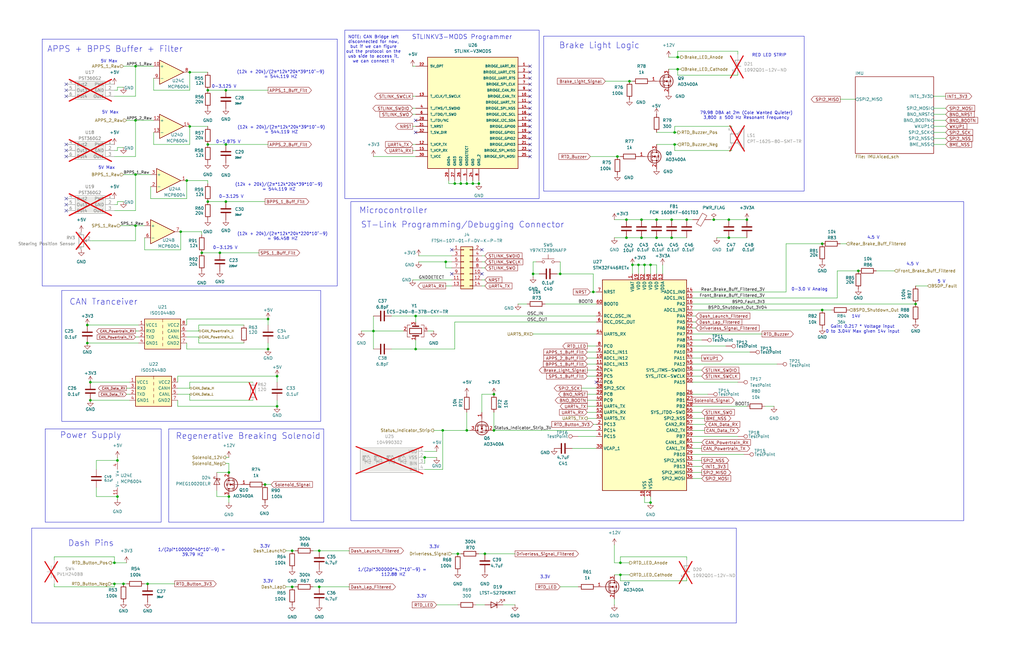
<source format=kicad_sch>
(kicad_sch (version 20250114) (generator "eeschema") (generator_version "9.0")
  (paper "B")
  (title_block (title "VCU") (date "2026-02-06") (rev "1.5") (company "Formula Slug") (comment 1 "Ronald Zhao"))
  (rectangle (start 229.235 15.24) (end 339.09 80.645))
  (rectangle (start 147.955 85.09) (end 406.4 219.71))
  (rectangle (start 19.05 180.975) (end 67.945 220.345))
  (rectangle (start 71.12 180.975) (end 136.525 220.345))
  (rectangle (start 26.035 122.555) (end 135.255 177.8))
  (rectangle (start 17.78 16.51) (end 142.24 120.65))
  (rectangle (start 13.335 222.885) (end 310.515 262.89))
  (rectangle (start 145.415 12.7) (end 227.33 83.82))
  (text "3.3V\n" (at 229.87 243.586 0) (effects (font (size 1.27 1.27))))
  (text "(12k + 20k)/(2π*12k*20k*39*10^-9)\n= 544.119 HZ" (at 118.618 54.864 0) (effects (font (size 1.27 1.27))))
  (text "(12k + 20k)/(2π*12k*20k*39*10^-9)\n= 544.119 HZ" (at 117.602 78.994 0) (effects (font (size 1.27 1.27))))
  (text "3.3V\n" (at 177.8 251.714 0) (effects (font (size 1.27 1.27))))
  (text "1/(2pi*100000*40*10^-9) = \n39.79 HZ\n" (at 81.28 233.172 0) (effects (font (size 1.27 1.27))))
  (text "STLINKV3-MODS Programmer" (at 194.818 15.748 0) (effects (font (size 1.905 1.905))))
  (text "RED LED STRIP\n" (at 324.358 23.368 0) (effects (font (size 1.27 1.27))))
  (text "0-3.125 V" (at 97.536 83.058 0) (effects (font (size 1.27 1.27))))
  (text "0-1.875 V" (at 96.266 59.944 0) (effects (font (size 1.27 1.27))))
  (text "3.3V\n" (at 113.03 245.364 0) (effects (font (size 1.27 1.27))))
  (text "Dash Pins" (at 38.354 229.362 0) (effects (font (size 2.54 2.54))))
  (text "(12k + 20k)/(2π*12k*20k*39*10^-9)\n= 544.119 HZ" (at 118.364 31.496 0) (effects (font (size 1.27 1.27))))
  (text "CAN Tranceiver" (at 43.688 127.508 0) (effects (font (size 2.54 2.54))))
  (text "Brake Light Logic" (at 252.73 19.304 0) (effects (font (size 2.54 2.54))))
  (text "4.5 V\n" (at 384.81 111.506 0) (effects (font (size 1.27 1.27))))
  (text "5V Max\n" (at 45.974 25.908 0) (effects (font (size 1.27 1.27))))
  (text "5V Max\n" (at 44.958 70.866 0) (effects (font (size 1.27 1.27))))
  (text "0-3.0 V Analog" (at 341.376 122.174 0) (effects (font (size 1.27 1.27))))
  (text "0-3.125 V" (at 94.488 36.576 0) (effects (font (size 1.27 1.27))))
  (text "0-3.125 V" (at 94.996 104.648 0) (effects (font (size 1.27 1.27))))
  (text "3.3V\n" (at 183.134 230.886 0) (effects (font (size 1.27 1.27))))
  (text "4.5 V\n" (at 368.3 100.33 0) (effects (font (size 1.27 1.27))))
  (text "ST-Link Programming/Debugging Connector" (at 152.146 93.472 0) (effects (font (size 2.54 2.54)) (justify left top)))
  (text "(12k + 20k)/(2π*12k*20k*220*10^-9)\n= 96.458 HZ" (at 119.126 99.822 0) (effects (font (size 1.27 1.27))))
  (text "Regenerative Breaking Solenoid\n" (at 104.648 184.15 0) (effects (font (size 2.54 2.54))))
  (text "3.3V\n" (at 111.76 230.632 0) (effects (font (size 1.27 1.27))))
  (text "NOTE: CAN Bridge left\ndisconnected for now,\nbut if we can figure\nout the protocol on the\nusb side to access it,\nwe can connect it" (at 157.48 20.828 0) (effects (font (size 1.27 1.27))))
  (text "79.98 DBA at 2m (Cole Wanted Quieter)\n3,800 ± 500 Hz Resonant Frequency" (at 314.706 48.768 0) (effects (font (size 1.27 1.27))))
  (text "1/(2pi*300000*4.7*10^-9) = \n112.88 HZ\n" (at 165.862 241.554 0) (effects (font (size 1.27 1.27))))
  (text "5V Max\n\n" (at 46.482 48.514 0) (effects (font (size 1.27 1.27))))
  (text "APPS + BPPS Buffer + Filter" (at 48.514 20.828 0) (effects (font (size 2.54 2.54))))
  (text "5 V\n" (at 397.002 118.872 0) (effects (font (size 1.27 1.27))))
  (text "Power Supply" (at 38.227 183.769 0) (effects (font (size 2.54 2.54))))
  (text "14V\n" (at 360.934 133.604 0) (effects (font (size 1.27 1.27))))
  (text "Gain: 0.217 * Voltage input\n0 to 3.04V Max given 14v input" (at 363.728 138.938 0) (effects (font (size 1.27 1.27))))
  (text "Microcontroller\n" (at 165.862 88.9 0) (effects (font (size 2.54 2.54))))
  (junction (at 266.7 111.76))
  (junction (at 175.26 133.35))
  (junction (at 96.52 199.39))
  (junction (at 196.85 77.47))
  (junction (at 269.24 111.76))
  (junction (at 260.35 66.04))
  (junction (at 204.47 233.68))
  (junction (at 123.19 232.41))
  (junction (at 300.99 92.71))
  (junction (at 271.78 111.76))
  (junction (at 307.34 100.33))
  (junction (at 264.16 92.71))
  (junction (at 276.86 100.33))
  (junction (at 264.16 100.33))
  (junction (at 196.85 181.61))
  (junction (at 191.77 77.47))
  (junction (at 52.07 246.38))
  (junction (at 157.48 139.7))
  (junction (at 201.93 77.47))
  (junction (at 57.15 27.94))
  (junction (at 346.71 102.87))
  (junction (at 276.86 92.71))
  (junction (at 274.32 212.09))
  (junction (at 78.74 76.2))
  (junction (at 57.15 95.25))
  (junction (at 314.96 92.71))
  (junction (at 85.09 106.68))
  (junction (at 48.26 246.38))
  (junction (at 113.03 147.32))
  (junction (at 250.19 123.19))
  (junction (at 361.95 114.3))
  (junction (at 261.62 237.49))
  (junction (at 307.34 92.71))
  (junction (at 179.07 193.04))
  (junction (at 111.76 204.47))
  (junction (at 199.39 77.47))
  (junction (at 283.21 92.71))
  (junction (at 116.84 171.45))
  (junction (at 38.1 161.29))
  (junction (at 92.71 106.68))
  (junction (at 80.01 53.34))
  (junction (at 49.53 209.55))
  (junction (at 194.31 77.47))
  (junction (at 123.19 247.65))
  (junction (at 49.53 194.31))
  (junction (at 346.71 130.81))
  (junction (at 36.83 144.78))
  (junction (at 386.08 128.27))
  (junction (at 116.84 158.75))
  (junction (at 57.15 50.8))
  (junction (at 289.56 92.71))
  (junction (at 175.26 147.32))
  (junction (at 186.69 181.61))
  (junction (at 265.43 34.29))
  (junction (at 270.51 100.33))
  (junction (at 224.79 115.57))
  (junction (at 62.23 246.38))
  (junction (at 270.51 92.71))
  (junction (at 95.25 85.09))
  (junction (at 193.04 233.68))
  (junction (at 261.62 242.57))
  (junction (at 96.52 209.55))
  (junction (at 285.75 29.21))
  (junction (at 208.28 181.61))
  (junction (at 87.63 85.09))
  (junction (at 80.01 30.48))
  (junction (at 113.03 134.62))
  (junction (at 236.22 115.57))
  (junction (at 134.62 232.41))
  (junction (at 284.48 60.96))
  (junction (at 48.26 237.49))
  (junction (at 95.25 38.1))
  (junction (at 87.63 38.1))
  (junction (at 187.96 110.49))
  (junction (at 38.1 168.91))
  (junction (at 76.2 97.79))
  (junction (at 274.32 111.76))
  (junction (at 284.48 55.88))
  (junction (at 208.28 166.37))
  (junction (at 285.75 24.13))
  (junction (at 57.15 73.66))
  (junction (at 134.62 247.65))
  (junction (at 87.63 60.96))
  (junction (at 95.25 60.96))
  (junction (at 283.21 100.33))
  (junction (at 36.83 137.16))
  (no_connect (at 27.94 66.04))
  (no_connect (at 223.52 48.26))
  (no_connect (at 251.46 161.29))
  (no_connect (at 190.5 105.41))
  (no_connect (at 203.2 105.41))
  (no_connect (at 223.52 38.1))
  (no_connect (at 223.52 27.94))
  (no_connect (at 27.94 88.9))
  (no_connect (at 27.94 35.56))
  (no_connect (at 175.26 55.88))
  (no_connect (at 27.94 86.36))
  (no_connect (at 190.5 115.57))
  (no_connect (at 223.52 66.04))
  (no_connect (at 223.52 55.88))
  (no_connect (at 223.52 43.18))
  (no_connect (at 223.52 33.02))
  (no_connect (at 223.52 58.42))
  (no_connect (at 27.94 38.1))
  (no_connect (at 27.94 40.64))
  (no_connect (at 223.52 40.64))
  (no_connect (at 223.52 50.8))
  (no_connect (at 223.52 30.48))
  (no_connect (at 27.94 63.5))
  (no_connect (at 223.52 63.5))
  (no_connect (at 223.52 35.56))
  (no_connect (at 223.52 60.96))
  (no_connect (at 203.2 115.57))
  (no_connect (at 223.52 53.34))
  (no_connect (at 223.52 45.72))
  (no_connect (at 27.94 60.96))
  (no_connect (at 27.94 83.82))
  (no_connect (at 175.26 50.8))
  (wire (pts (xy 279.4 111.76) (xy 279.4 115.57)))
  (wire (pts (xy 259.08 229.87) (xy 259.08 237.49)))
  (wire (pts (xy 179.07 193.04) (xy 179.07 195.58)))
  (wire (pts (xy 85.09 106.68) (xy 92.71 106.68)))
  (wire (pts (xy 276.86 115.57) (xy 276.86 111.76)))
  (wire (pts (xy 116.84 158.75) (xy 116.84 161.29)))
  (wire (pts (xy 74.93 166.37) (xy 80.01 166.37)))
  (wire (pts (xy 157.48 66.04) (xy 175.26 66.04)))
  (wire (pts (xy 307.34 100.33) (xy 314.96 100.33)))
  (wire (pts (xy 95.25 85.09) (xy 111.76 85.09)))
  (wire (pts (xy 96.52 209.55) (xy 91.44 209.55)))
  (wire (pts (xy 113.03 134.62) (xy 113.03 137.16)))
  (wire (pts (xy 354.33 41.91) (xy 360.68 41.91)))
  (wire (pts (xy 224.79 140.97) (xy 251.46 140.97)))
  (wire (pts (xy 292.1 128.27) (xy 386.08 128.27)))
  (wire (pts (xy 285.75 24.13) (xy 281.94 24.13)))
  (wire (pts (xy 292.1 156.21) (xy 295.91 156.21)))
  (wire (pts (xy 274.32 209.55) (xy 274.32 212.09)))
  (wire (pts (xy 176.53 110.49) (xy 187.96 110.49)))
  (wire (pts (xy 64.77 60.96) (xy 80.01 60.96)))
  (wire (pts (xy 270.51 100.33) (xy 276.86 100.33)))
  (wire (pts (xy 271.78 111.76) (xy 274.32 111.76)))
  (wire (pts (xy 229.87 128.27) (xy 251.46 128.27)))
  (wire (pts (xy 40.64 194.31) (xy 40.64 198.12)))
  (wire (pts (xy 187.96 113.03) (xy 187.96 110.49)))
  (wire (pts (xy 184.15 190.5) (xy 179.07 190.5)))
  (wire (pts (xy 48.26 88.9) (xy 57.15 88.9)))
  (wire (pts (xy 265.43 237.49) (xy 261.62 237.49)))
  (wire (pts (xy 49.53 62.23) (xy 49.53 63.5)))
  (wire (pts (xy 95.25 195.58) (xy 96.52 195.58)))
  (wire (pts (xy 60.96 95.25) (xy 57.15 95.25)))
  (wire (pts (xy 157.48 139.7) (xy 157.48 147.32)))
  (wire (pts (xy 173.99 60.96) (xy 175.26 60.96)))
  (wire (pts (xy 224.79 115.57) (xy 227.33 115.57)))
  (wire (pts (xy 22.86 246.38) (xy 22.86 247.65)))
  (wire (pts (xy 38.1 161.29) (xy 54.61 161.29)))
  (wire (pts (xy 49.53 36.83) (xy 52.07 36.83)))
  (wire (pts (xy 80.01 53.34) (xy 80.01 60.96)))
  (wire (pts (xy 287.02 24.13) (xy 285.75 24.13)))
  (wire (pts (xy 261.62 242.57) (xy 261.62 245.11)))
  (wire (pts (xy 247.65 158.75) (xy 251.46 158.75)))
  (wire (pts (xy 259.08 92.71) (xy 264.16 92.71)))
  (wire (pts (xy 57.15 142.24) (xy 58.42 142.24)))
  (wire (pts (xy 311.15 184.15) (xy 292.1 184.15)))
  (wire (pts (xy 189.23 76.2) (xy 189.23 77.47)))
  (wire (pts (xy 271.78 209.55) (xy 271.78 212.09)))
  (wire (pts (xy 83.82 144.78) (xy 102.87 144.78)))
  (wire (pts (xy 96.52 212.09) (xy 96.52 209.55)))
  (wire (pts (xy 53.34 50.8) (xy 57.15 50.8)))
  (wire (pts (xy 276.86 100.33) (xy 283.21 100.33)))
  (wire (pts (xy 248.92 66.04) (xy 260.35 66.04)))
  (wire (pts (xy 203.2 113.03) (xy 204.47 113.03)))
  (wire (pts (xy 292.1 166.37) (xy 298.45 166.37)))
  (wire (pts (xy 191.77 77.47) (xy 194.31 77.47)))
  (wire (pts (xy 247.65 146.05) (xy 251.46 146.05)))
  (wire (pts (xy 264.16 100.33) (xy 270.51 100.33)))
  (wire (pts (xy 157.48 133.35) (xy 157.48 139.7)))
  (wire (pts (xy 78.74 147.32) (xy 78.74 144.78)))
  (wire (pts (xy 64.77 33.02) (xy 64.77 38.1)))
  (wire (pts (xy 353.06 114.3) (xy 361.95 114.3)))
  (wire (pts (xy 38.1 101.6) (xy 57.15 101.6)))
  (wire (pts (xy 173.99 27.94) (xy 175.26 27.94)))
  (wire (pts (xy 80.01 168.91) (xy 106.68 168.91)))
  (wire (pts (xy 49.53 62.23) (xy 52.07 62.23)))
  (wire (pts (xy 283.21 100.33) (xy 289.56 100.33)))
  (wire (pts (xy 49.53 210.82) (xy 49.53 209.55)))
  (wire (pts (xy 91.44 199.39) (xy 96.52 199.39)))
  (wire (pts (xy 369.57 114.3) (xy 377.19 114.3)))
  (wire (pts (xy 165.1 147.32) (xy 175.26 147.32)))
  (wire (pts (xy 114.3 204.47) (xy 111.76 204.47)))
  (wire (pts (xy 60.96 246.38) (xy 62.23 246.38)))
  (wire (pts (xy 203.2 166.37) (xy 208.28 166.37)))
  (wire (pts (xy 191.77 76.2) (xy 191.77 77.47)))
  (wire (pts (xy 292.1 173.99) (xy 295.91 173.99)))
  (wire (pts (xy 292.1 191.77) (xy 313.69 191.77)))
  (wire (pts (xy 120.65 232.41) (xy 123.19 232.41)))
  (wire (pts (xy 276.86 60.96) (xy 284.48 60.96)))
  (wire (pts (xy 393.7 60.96) (xy 398.78 60.96)))
  (wire (pts (xy 300.99 92.71) (xy 307.34 92.71)))
  (wire (pts (xy 284.48 60.96) (xy 284.48 63.5)))
  (wire (pts (xy 292.1 92.71) (xy 289.56 92.71)))
  (wire (pts (xy 40.64 205.74) (xy 40.64 209.55)))
  (wire (pts (xy 203.2 173.99) (xy 203.2 166.37)))
  (wire (pts (xy 53.34 163.83) (xy 54.61 163.83)))
  (wire (pts (xy 292.1 123.19) (xy 331.47 123.19)))
  (wire (pts (xy 285.75 31.75) (xy 285.75 29.21)))
  (wire (pts (xy 266.7 34.29) (xy 265.43 34.29)))
  (wire (pts (xy 248.92 123.19) (xy 250.19 123.19)))
  (wire (pts (xy 236.22 247.65) (xy 243.84 247.65)))
  (wire (pts (xy 393.7 50.8) (xy 398.78 50.8)))
  (wire (pts (xy 74.93 158.75) (xy 116.84 158.75)))
  (wire (pts (xy 295.91 151.13) (xy 292.1 151.13)))
  (wire (pts (xy 184.15 255.27) (xy 193.04 255.27)))
  (wire (pts (xy 283.21 92.71) (xy 289.56 92.71)))
  (wire (pts (xy 63.5 83.82) (xy 78.74 83.82)))
  (wire (pts (xy 124.46 247.65) (xy 123.19 247.65)))
  (wire (pts (xy 201.93 76.2) (xy 201.93 77.47)))
  (wire (pts (xy 292.1 143.51) (xy 295.91 143.51)))
  (wire (pts (xy 49.53 38.1) (xy 48.26 38.1)))
  (wire (pts (xy 191.77 147.32) (xy 191.77 135.89)))
  (wire (pts (xy 297.18 176.53) (xy 292.1 176.53)))
  (wire (pts (xy 95.25 193.04) (xy 96.52 193.04)))
  (wire (pts (xy 78.74 142.24) (xy 83.82 142.24)))
  (wire (pts (xy 261.62 237.49) (xy 259.08 237.49)))
  (wire (pts (xy 87.63 85.09) (xy 95.25 85.09)))
  (wire (pts (xy 251.46 148.59) (xy 247.65 148.59)))
  (wire (pts (xy 83.82 137.16) (xy 83.82 139.7)))
  (wire (pts (xy 311.15 31.75) (xy 285.75 31.75)))
  (wire (pts (xy 201.93 233.68) (xy 204.47 233.68)))
  (wire (pts (xy 393.7 55.88) (xy 398.78 55.88)))
  (wire (pts (xy 203.2 118.11) (xy 204.47 118.11)))
  (wire (pts (xy 259.08 255.27) (xy 259.08 252.73)))
  (wire (pts (xy 52.07 27.94) (xy 57.15 27.94)))
  (wire (pts (xy 57.15 66.04) (xy 57.15 50.8)))
  (wire (pts (xy 203.2 110.49) (xy 204.47 110.49)))
  (wire (pts (xy 64.77 55.88) (xy 64.77 60.96)))
  (wire (pts (xy 78.74 147.32) (xy 113.03 147.32)))
  (wire (pts (xy 165.1 133.35) (xy 175.26 133.35)))
  (wire (pts (xy 292.1 135.89) (xy 293.37 135.89)))
  (wire (pts (xy 261.62 245.11) (xy 289.56 245.11)))
  (wire (pts (xy 393.7 40.64) (xy 398.78 40.64)))
  (wire (pts (xy 293.37 133.35) (xy 292.1 133.35)))
  (wire (pts (xy 289.56 234.95) (xy 261.62 234.95)))
  (wire (pts (xy 80.01 30.48) (xy 80.01 38.1)))
  (wire (pts (xy 255.27 34.29) (xy 265.43 34.29)))
  (wire (pts (xy 251.46 171.45) (xy 247.65 171.45)))
  (wire (pts (xy 266.7 111.76) (xy 266.7 115.57)))
  (wire (pts (xy 217.17 255.27) (xy 212.09 255.27)))
  (wire (pts (xy 260.35 66.04) (xy 261.62 66.04)))
  (wire (pts (xy 60.96 105.41) (xy 76.2 105.41)))
  (wire (pts (xy 48.26 66.04) (xy 57.15 66.04)))
  (wire (pts (xy 295.91 186.69) (xy 292.1 186.69)))
  (wire (pts (xy 49.53 86.36) (xy 48.26 86.36)))
  (wire (pts (xy 194.31 76.2) (xy 194.31 77.47)))
  (wire (pts (xy 189.23 77.47) (xy 191.77 77.47)))
  (wire (pts (xy 224.79 116.84) (xy 224.79 115.57)))
  (wire (pts (xy 40.64 209.55) (xy 49.53 209.55)))
  (wire (pts (xy 393.7 48.26) (xy 398.78 48.26)))
  (wire (pts (xy 36.83 144.78) (xy 58.42 144.78)))
  (wire (pts (xy 241.3 189.23) (xy 251.46 189.23)))
  (wire (pts (xy 102.87 137.16) (xy 83.82 137.16)))
  (wire (pts (xy 297.18 181.61) (xy 292.1 181.61)))
  (wire (pts (xy 50.8 95.25) (xy 57.15 95.25)))
  (wire (pts (xy 173.99 40.64) (xy 175.26 40.64)))
  (wire (pts (xy 295.91 201.93) (xy 292.1 201.93)))
  (wire (pts (xy 179.07 193.04) (xy 184.15 193.04)))
  (wire (pts (xy 326.39 171.45) (xy 322.58 171.45)))
  (wire (pts (xy 80.01 161.29) (xy 80.01 163.83)))
  (wire (pts (xy 187.96 110.49) (xy 190.5 110.49)))
  (wire (pts (xy 276.86 55.88) (xy 284.48 55.88)))
  (wire (pts (xy 113.03 147.32) (xy 113.03 144.78)))
  (wire (pts (xy 284.48 63.5) (xy 308.61 63.5)))
  (wire (pts (xy 175.26 147.32) (xy 191.77 147.32)))
  (wire (pts (xy 57.15 50.8) (xy 64.77 50.8)))
  (wire (pts (xy 179.07 198.12) (xy 186.69 198.12)))
  (wire (pts (xy 276.86 92.71) (xy 283.21 92.71)))
  (wire (pts (xy 196.85 173.99) (xy 196.85 181.61)))
  (wire (pts (xy 74.93 163.83) (xy 80.01 163.83)))
  (wire (pts (xy 48.26 237.49) (xy 48.26 234.95)))
  (wire (pts (xy 191.77 135.89) (xy 251.46 135.89)))
  (wire (pts (xy 57.15 27.94) (xy 64.77 27.94)))
  (wire (pts (xy 327.66 153.67) (xy 292.1 153.67)))
  (wire (pts (xy 264.16 92.71) (xy 270.51 92.71)))
  (wire (pts (xy 292.1 125.73) (xy 353.06 125.73)))
  (wire (pts (xy 120.65 247.65) (xy 123.19 247.65)))
  (wire (pts (xy 299.72 92.71) (xy 300.99 92.71)))
  (wire (pts (xy 287.02 29.21) (xy 285.75 29.21)))
  (wire (pts (xy 247.65 176.53) (xy 251.46 176.53)))
  (wire (pts (xy 74.93 171.45) (xy 116.84 171.45)))
  (wire (pts (xy 76.2 97.79) (xy 76.2 105.41)))
  (wire (pts (xy 224.79 110.49) (xy 224.79 115.57)))
  (wire (pts (xy 302.26 100.33) (xy 307.34 100.33)))
  (wire (pts (xy 173.99 53.34) (xy 175.26 53.34)))
  (wire (pts (xy 53.34 237.49) (xy 48.26 237.49)))
  (wire (pts (xy 295.91 189.23) (xy 292.1 189.23)))
  (wire (pts (xy 251.46 163.83) (xy 245.11 163.83)))
  (wire (pts (xy 132.08 232.41) (xy 134.62 232.41)))
  (wire (pts (xy 132.08 247.65) (xy 134.62 247.65)))
  (wire (pts (xy 74.93 158.75) (xy 74.93 161.29)))
  (wire (pts (xy 250.19 179.07) (xy 251.46 179.07)))
  (wire (pts (xy 96.52 195.58) (xy 96.52 199.39)))
  (wire (pts (xy 186.69 181.61) (xy 196.85 181.61)))
  (wire (pts (xy 87.63 38.1) (xy 95.25 38.1)))
  (wire (pts (xy 285.75 21.59) (xy 311.15 21.59)))
  (wire (pts (xy 87.63 60.96) (xy 95.25 60.96)))
  (wire (pts (xy 49.53 36.83) (xy 49.53 38.1)))
  (wire (pts (xy 292.1 138.43) (xy 293.37 138.43)))
  (wire (pts (xy 22.86 234.95) (xy 22.86 236.22)))
  (wire (pts (xy 284.48 53.34) (xy 284.48 55.88)))
  (wire (pts (xy 251.46 173.99) (xy 247.65 173.99)))
  (wire (pts (xy 261.62 242.57) (xy 259.08 242.57)))
  (wire (pts (xy 57.15 88.9) (xy 57.15 73.66)))
  (wire (pts (xy 175.26 135.89) (xy 175.26 133.35)))
  (wire (pts (xy 208.28 181.61) (xy 251.46 181.61)))
  (wire (pts (xy 269.24 111.76) (xy 271.78 111.76)))
  (wire (pts (xy 173.99 48.26) (xy 175.26 48.26)))
  (wire (pts (xy 289.56 234.95) (xy 289.56 236.22)))
  (wire (pts (xy 48.26 247.65) (xy 48.26 246.38)))
  (wire (pts (xy 196.85 181.61) (xy 198.12 181.61)))
  (wire (pts (xy 356.87 102.87) (xy 354.33 102.87)))
  (wire (pts (xy 62.23 246.38) (xy 73.66 246.38)))
  (wire (pts (xy 292.1 199.39) (xy 295.91 199.39)))
  (wire (pts (xy 38.1 168.91) (xy 54.61 168.91)))
  (wire (pts (xy 134.62 232.41) (xy 147.32 232.41)))
  (wire (pts (xy 80.01 161.29) (xy 106.68 161.29)))
  (wire (pts (xy 49.53 193.04) (xy 49.53 194.31)))
  (wire (pts (xy 204.47 255.27) (xy 200.66 255.27)))
  (wire (pts (xy 203.2 107.95) (xy 204.47 107.95)))
  (wire (pts (xy 271.78 111.76) (xy 271.78 115.57)))
  (wire (pts (xy 78.74 76.2) (xy 78.74 83.82)))
  (wire (pts (xy 78.74 134.62) (xy 113.03 134.62)))
  (wire (pts (xy 234.95 115.57) (xy 236.22 115.57)))
  (wire (pts (xy 78.74 76.2) (xy 87.63 76.2)))
  (wire (pts (xy 64.77 38.1) (xy 80.01 38.1)))
  (wire (pts (xy 251.46 151.13) (xy 247.65 151.13)))
  (wire (pts (xy 393.7 58.42) (xy 398.78 58.42)))
  (wire (pts (xy 274.32 111.76) (xy 276.86 111.76)))
  (wire (pts (xy 173.99 118.11) (xy 190.5 118.11)))
  (wire (pts (xy 247.65 168.91) (xy 251.46 168.91)))
  (wire (pts (xy 199.39 76.2) (xy 199.39 77.47)))
  (wire (pts (xy 250.19 123.19) (xy 250.19 115.57)))
  (wire (pts (xy 49.53 63.5) (xy 48.26 63.5)))
  (wire (pts (xy 271.78 212.09) (xy 274.32 212.09)))
  (wire (pts (xy 218.44 128.27) (xy 222.25 128.27)))
  (wire (pts (xy 321.31 140.97) (xy 292.1 140.97)))
  (wire (pts (xy 292.1 196.85) (xy 295.91 196.85)))
  (wire (pts (xy 236.22 115.57) (xy 250.19 115.57)))
  (wire (pts (xy 204.47 233.68) (xy 217.17 233.68)))
  (wire (pts (xy 48.26 234.95) (xy 22.86 234.95)))
  (wire (pts (xy 78.74 139.7) (xy 83.82 139.7)))
  (wire (pts (xy 247.65 166.37) (xy 251.46 166.37)))
  (wire (pts (xy 270.51 92.71) (xy 276.86 92.71)))
  (wire (pts (xy 57.15 40.64) (xy 57.15 27.94)))
  (wire (pts (xy 60.96 100.33) (xy 60.96 105.41)))
  (wire (pts (xy 48.26 40.64) (xy 57.15 40.64)))
  (wire (pts (xy 190.5 233.68) (xy 193.04 233.68)))
  (wire (pts (xy 49.53 194.31) (xy 40.64 194.31)))
  (wire (pts (xy 292.1 130.81) (xy 346.71 130.81)))
  (wire (pts (xy 308.61 53.34) (xy 284.48 53.34)))
  (wire (pts (xy 175.26 133.35) (xy 251.46 133.35)))
  (wire (pts (xy 285.75 55.88) (xy 284.48 55.88)))
  (wire (pts (xy 196.85 76.2) (xy 196.85 77.47)))
  (wire (pts (xy 285.75 60.96) (xy 284.48 60.96)))
  (wire (pts (xy 57.15 73.66) (xy 63.5 73.66)))
  (wire (pts (xy 176.53 107.95) (xy 190.5 107.95)))
  (wire (pts (xy 85.09 97.79) (xy 85.09 99.06)))
  (wire (pts (xy 353.06 125.73) (xy 353.06 114.3)))
  (wire (pts (xy 76.2 97.79) (xy 85.09 97.79)))
  (wire (pts (xy 289.56 245.11) (xy 289.56 243.84)))
  (wire (pts (xy 285.75 29.21) (xy 281.94 29.21)))
  (wire (pts (xy 78.74 134.62) (xy 78.74 137.16)))
  (wire (pts (xy 346.71 130.81) (xy 350.52 130.81)))
  (wire (pts (xy 194.31 233.68) (xy 193.04 233.68)))
  (wire (pts (xy 175.26 143.51) (xy 175.26 147.32)))
  (wire (pts (xy 187.96 120.65) (xy 190.5 120.65)))
  (wire (pts (xy 91.44 209.55) (xy 91.44 207.01)))
  (wire (pts (xy 269.24 111.76) (xy 269.24 115.57)))
  (wire (pts (xy 393.7 53.34) (xy 398.78 53.34)))
  (wire (pts (xy 74.93 171.45) (xy 74.93 168.91)))
  (wire (pts (xy 63.5 78.74) (xy 63.5 83.82)))
  (wire (pts (xy 53.34 166.37) (xy 54.61 166.37)))
  (wire (pts (xy 95.25 38.1) (xy 113.03 38.1)))
  (wire (pts (xy 152.4 139.7) (xy 157.48 139.7)))
  (wire (pts (xy 57.15 101.6) (xy 57.15 95.25)))
  (wire (pts (xy 36.83 137.16) (xy 58.42 137.16)))
  (wire (pts (xy 157.48 139.7) (xy 170.18 139.7)))
  (wire (pts (xy 49.53 85.09) (xy 49.53 86.36)))
  (wire (pts (xy 186.69 198.12) (xy 186.69 181.61)))
  (wire (pts (xy 292.1 158.75) (xy 295.91 158.75)))
  (wire (pts (xy 173.99 45.72) (xy 175.26 45.72)))
  (wire (pts (xy 57.15 139.7) (xy 58.42 139.7)))
  (wire (pts (xy 22.86 247.65) (xy 48.26 247.65)))
  (wire (pts (xy 251.46 123.19) (xy 250.19 123.19)))
  (wire (pts (xy 307.34 92.71) (xy 314.96 92.71)))
  (wire (pts (xy 87.63 76.2) (xy 87.63 77.47)))
  (wire (pts (xy 331.47 102.87) (xy 331.47 123.19)))
  (wire (pts (xy 311.15 30.48) (xy 311.15 31.75)))
  (wire (pts (xy 203.2 120.65) (xy 204.47 120.65)))
  (wire (pts (xy 331.47 102.87) (xy 346.71 102.87)))
  (wire (pts (xy 292.1 148.59) (xy 316.23 148.59)))
  (wire (pts (xy 124.46 232.41) (xy 123.19 232.41)))
  (wire (pts (xy 196.85 77.47) (xy 199.39 77.47)))
  (wire (pts (xy 80.01 166.37) (xy 80.01 168.91)))
  (wire (pts (xy 49.53 85.09) (xy 52.07 85.09)))
  (wire (pts (xy 80.01 30.48) (xy 87.63 30.48)))
  (wire (pts (xy 52.07 246.38) (xy 48.26 246.38)))
  (wire (pts (xy 180.34 139.7) (xy 182.88 139.7)))
  (wire (pts (xy 266.7 111.76) (xy 269.24 111.76)))
  (wire (pts (xy 48.26 246.38) (xy 46.99 246.38)))
  (wire (pts (xy 95.25 60.96) (xy 113.03 60.96)))
  (wire (pts (xy 292.1 194.31) (xy 295.91 194.31)))
  (wire (pts (xy 251.46 153.67) (xy 247.65 153.67)))
  (wire (pts (xy 83.82 142.24) (xy 83.82 144.78)))
  (wire (pts (xy 199.39 77.47) (xy 201.93 77.47)))
  (wire (pts (xy 52.07 246.38) (xy 53.34 246.38)))
  (wire (pts (xy 311.15 21.59) (xy 311.15 22.86)))
  (wire (pts (xy 134.62 247.65) (xy 147.32 247.65)))
  (wire (pts (xy 243.84 184.15) (xy 251.46 184.15)))
  (wire (pts (xy 261.62 234.95) (xy 261.62 237.49)))
  (wire (pts (xy 292.1 146.05) (xy 306.07 146.05)))
  (wire (pts (xy 173.99 63.5) (xy 175.26 63.5)))
  (wire (pts (xy 247.65 156.21) (xy 251.46 156.21)))
  (wire (pts (xy 398.78 45.72) (xy 393.7 45.72)))
  (wire (pts (xy 265.43 242.57) (xy 261.62 242.57)))
  (wire (pts (xy 285.75 24.13) (xy 285.75 21.59)))
  (wire (pts (xy 391.16 120.65) (xy 386.08 120.65)))
  (wire (pts (xy 274.32 111.76) (xy 274.32 115.57)))
  (wire (pts (xy 48.26 237.49) (xy 46.99 237.49)))
  (wire (pts (xy 292.1 171.45) (xy 314.96 171.45)))
  (wire (pts (xy 194.31 77.47) (xy 196.85 77.47)))
  (wire (pts (xy 116.84 171.45) (xy 116.84 168.91)))
  (wire (pts (xy 208.28 173.99) (xy 208.28 181.61)))
  (wire (pts (xy 80.01 53.34) (xy 87.63 53.34)))
  (wire (pts (xy 190.5 113.03) (xy 187.96 113.03)))
  (wire (pts (xy 224.79 110.49) (xy 226.06 110.49)))
  (wire (pts (xy 311.15 161.29) (xy 292.1 161.29)))
  (wire (pts (xy 182.88 181.61) (xy 186.69 181.61)))
  (wire (pts (xy 297.18 179.07) (xy 292.1 179.07)))
  (wire (pts (xy 92.71 106.68) (xy 109.22 106.68)))
  (wire (pts (xy 259.08 100.33) (xy 264.16 100.33)))
  (wire (pts (xy 52.07 73.66) (xy 57.15 73.66)))
  (wire (pts (xy 236.22 110.49) (xy 236.22 115.57)))
  (label "APPS_2_Raw" (at 53.34 50.8 0) (effects (font (size 1.143 1.143))))
  (label "BSPD_Shutdown_Out_3V04" (at 298.45 130.81 0))
  (label "BSPD_Fault_3V3" (at 322.58 128.27 180) (effects (font (size 1.143 1.143))))
  (label "SPS_1_Raw" (at 50.8 95.25 0) (effects (font (size 1.143 1.143))))
  (label "BOOT0" (at 243.84 128.27 0))
  (label "BOOT1" (at 309.88 171.45 0))
  (label "OSC_OUT" (at 222.25 135.89 0))
  (label "Front_Brake_Buff_Filtered_3V" (at 322.58 125.73 180))
  (label "Rear_Brake_Buff_Filtered_3V" (at 322.58 123.19 180))
  (label "OSC_IN" (at 222.25 133.35 0))
  (label "APPS_1_Raw" (at 53.34 27.94 0) (effects (font (size 1.143 1.143))))
  (label "Status_Indicator_Strip_3V" (at 208.28 181.61 0))
  (label "GNDDETECT" (at 176.53 118.11 0))
  (label "BPPS_1_Raw" (at 52.07 73.66 0) (effects (font (size 1.143 1.143))))
  (global_label "SPI2_MOSI" (shape input) (at 398.78 45.72 0) (property "Intersheetrefs" "${INTERSHEET_REFS}" (at 411.6228 45.72 0) (effects (justify left))))
  (global_label "Dash_Launch_Filtered" (shape output) (at 147.32 232.41 0) (property "Intersheetrefs" "${INTERSHEET_REFS}" (at 170.7459 232.41 0) (effects (justify left))))
  (global_label "STLINK_SWO" (shape input) (at 295.91 173.99 0) (property "Intersheetrefs" "${INTERSHEET_REFS}" (at 310.2647 173.99 0) (effects (justify left))))
  (global_label "STLINK_SWDIO" (shape input) (at 295.91 156.21 0) (property "Intersheetrefs" "${INTERSHEET_REFS}" (at 312.1395 156.21 0) (effects (justify left))))
  (global_label "Solenoid_Signal" (shape output) (at 292.1 168.91 0) (property "Intersheetrefs" "${INTERSHEET_REFS}" (at 310.1434 168.91 0) (effects (justify left))))
  (global_label "SPI2_NSS" (shape output) (at 295.91 194.31 0) (property "Intersheetrefs" "${INTERSHEET_REFS}" (at 307.9061 194.31 0) (effects (justify left))))
  (global_label "STLINK_SWO" (shape input) (at 204.47 113.03 0) (property "Intersheetrefs" "${INTERSHEET_REFS}" (at 218.8247 113.03 0) (effects (justify left))))
  (global_label "STLINK_SWDIO" (shape input) (at 204.47 107.95 0) (property "Intersheetrefs" "${INTERSHEET_REFS}" (at 220.6995 107.95 0) (effects (justify left))))
  (global_label "UART4_RX" (shape output) (at 173.99 63.5 180) (property "Intersheetrefs" "${INTERSHEET_REFS}" (at 161.6915 63.5 0) (effects (justify right))))
  (global_label "RTD_Button_3V3" (shape input) (at 250.19 179.07 180) (property "Intersheetrefs" "${INTERSHEET_REFS}" (at 239.2825 179.07 0) (effects (justify right))))
  (global_label "STLINK_SWCLK" (shape input) (at 295.91 158.75 0) (property "Intersheetrefs" "${INTERSHEET_REFS}" (at 312.5023 158.75 0) (effects (justify left))))
  (global_label "WKUP1" (shape output) (at 295.91 151.13 0) (property "Intersheetrefs" "${INTERSHEET_REFS}" (at 305.4266 151.13 0) (effects (justify left))))
  (global_label "NRST" (shape input) (at 248.92 123.19 180) (property "Intersheetrefs" "${INTERSHEET_REFS}" (at 241.1572 123.19 0) (effects (justify right))))
  (global_label "Driverless_Signal_Filtered" (shape input) (at 293.37 138.43 0) (property "Intersheetrefs" "${INTERSHEET_REFS}" (at 320.727 138.43 0) (effects (justify left))))
  (global_label "BNO_NRST" (shape output) (at 247.65 166.37 180) (property "Intersheetrefs" "${INTERSHEET_REFS}" (at 234.9886 166.37 0) (effects (justify right))))
  (global_label "STLINK_SWO" (shape input) (at 173.99 48.26 180) (property "Intersheetrefs" "${INTERSHEET_REFS}" (at 159.6353 48.26 0) (effects (justify right))))
  (global_label "UART4_RX" (shape input) (at 247.65 173.99 180) (property "Intersheetrefs" "${INTERSHEET_REFS}" (at 235.3515 173.99 0) (effects (justify right))))
  (global_label "RTD_Button_3V3" (shape output) (at 73.66 246.38 0) (property "Intersheetrefs" "${INTERSHEET_REFS}" (at 91.764 246.38 0) (effects (justify left))))
  (global_label "BME_NSS" (shape input) (at 398.78 60.96 0) (property "Intersheetrefs" "${INTERSHEET_REFS}" (at 410.3527 60.96 0) (effects (justify left))))
  (global_label "STLINK_SWCLK" (shape output) (at 173.99 40.64 180) (property "Intersheetrefs" "${INTERSHEET_REFS}" (at 157.3977 40.64 0) (effects (justify right))))
  (global_label "Dash_Lap_Filtered" (shape output) (at 147.32 247.65 0) (property "Intersheetrefs" "${INTERSHEET_REFS}" (at 167.3593 247.65 0) (effects (justify left))))
  (global_label "BNO_BOOTN" (shape output) (at 247.65 168.91 180) (property "Intersheetrefs" "${INTERSHEET_REFS}" (at 233.5371 168.91 0) (effects (justify right))))
  (global_label "Brake_Light_Signal" (shape input) (at 255.27 34.29 180) (property "Intersheetrefs" "${INTERSHEET_REFS}" (at 234.4446 34.29 0) (effects (justify right))))
  (global_label "SPS_1_Buff_Filt" (shape output) (at 109.22 106.68 0) (property "Intersheetrefs" "${INTERSHEET_REFS}" (at 126.9612 106.68 0) (effects (justify left))))
  (global_label "INT1_3V3" (shape input) (at 295.91 196.85 0) (property "Intersheetrefs" "${INTERSHEET_REFS}" (at 307.4828 196.85 0) (effects (justify left))))
  (global_label "SPS_1_Buff_Filt" (shape input) (at 247.65 158.75 180) (property "Intersheetrefs" "${INTERSHEET_REFS}" (at 229.9088 158.75 0) (effects (justify right))))
  (global_label "NRST" (shape input) (at 204.47 118.11 0) (property "Intersheetrefs" "${INTERSHEET_REFS}" (at 212.2328 118.11 0) (effects (justify left))))
  (global_label "STLINK_SWDIO" (shape bidirectional) (at 173.99 45.72 180) (property "Intersheetrefs" "${INTERSHEET_REFS}" (at 156.6492 45.72 0) (effects (justify right))))
  (global_label "RTD_LED" (shape input) (at 184.15 255.27 180) (property "Intersheetrefs" "${INTERSHEET_REFS}" (at 173.2425 255.27 0) (effects (justify right))))
  (global_label "UART4_TX" (shape output) (at 247.65 171.45 180) (property "Intersheetrefs" "${INTERSHEET_REFS}" (at 235.6539 171.45 0) (effects (justify right))))
  (global_label "APPS_1_Buff_Filt" (shape output) (at 113.03 38.1 0) (property "Intersheetrefs" "${INTERSHEET_REFS}" (at 131.9203 38.1 0) (effects (justify left))))
  (global_label "APPS_2_Buff_Filt" (shape input) (at 247.65 151.13 180) (property "Intersheetrefs" "${INTERSHEET_REFS}" (at 228.5783 151.13 0) (effects (justify right))))
  (global_label "RTD_LED" (shape input) (at 236.22 247.65 180) (property "Intersheetrefs" "${INTERSHEET_REFS}" (at 225.3125 247.65 0) (effects (justify right))))
  (global_label "CAN_Data_RX" (shape output) (at 53.34 163.83 180) (effects (font (size 1.016 1.016))) (property "Intersheetrefs" "${INTERSHEET_REFS}" (at 41.034 163.83 0) (effects (justify right))))
  (global_label "SPI2_SCK" (shape output) (at 245.11 163.83 180) (property "Intersheetrefs" "${INTERSHEET_REFS}" (at 233.1139 163.83 0) (effects (justify right))))
  (global_label "RTD_Buzzer" (shape output) (at 321.31 140.97 0) (property "Intersheetrefs" "${INTERSHEET_REFS}" (at 335.1204 140.97 0) (effects (justify left))))
  (global_label "Driverless_Signal_Filtered" (shape output) (at 217.17 233.68 0) (property "Intersheetrefs" "${INTERSHEET_REFS}" (at 244.527 233.68 0) (effects (justify left))))
  (global_label "BNO_NRST" (shape input) (at 398.78 48.26 0) (property "Intersheetrefs" "${INTERSHEET_REFS}" (at 411.4414 48.26 0) (effects (justify left))))
  (global_label "WKUP1" (shape input) (at 398.78 53.34 0) (property "Intersheetrefs" "${INTERSHEET_REFS}" (at 408.2966 53.34 0) (effects (justify left))))
  (global_label "UART4_TX" (shape input) (at 173.99 60.96 180) (property "Intersheetrefs" "${INTERSHEET_REFS}" (at 161.9939 60.96 0) (effects (justify right))))
  (global_label "CAN_Data_TX" (shape output) (at 297.18 181.61 0) (property "Intersheetrefs" "${INTERSHEET_REFS}" (at 312.2603 181.61 0) (effects (justify left))))
  (global_label "BME_NSS" (shape output) (at 297.18 176.53 0) (property "Intersheetrefs" "${INTERSHEET_REFS}" (at 308.7527 176.53 0) (effects (justify left))))
  (global_label "Brake_Light_Signal" (shape output) (at 247.65 156.21 180) (property "Intersheetrefs" "${INTERSHEET_REFS}" (at 226.8246 156.21 0) (effects (justify right))))
  (global_label "SPI2_MISO" (shape output) (at 354.33 41.91 180) (property "Intersheetrefs" "${INTERSHEET_REFS}" (at 341.4872 41.91 0) (effects (justify right))))
  (global_label "CAN_Powertrain_RX" (shape output) (at 57.15 139.7 180) (effects (font (size 1.016 1.016))) (property "Intersheetrefs" "${INTERSHEET_REFS}" (at 40.2477 139.7 0) (effects (justify right))))
  (global_label "CAN_Data_RX" (shape input) (at 297.18 179.07 0) (property "Intersheetrefs" "${INTERSHEET_REFS}" (at 312.5627 179.07 0) (effects (justify left))))
  (global_label "UART4_RX" (shape output) (at 187.96 120.65 180) (property "Intersheetrefs" "${INTERSHEET_REFS}" (at 175.6615 120.65 0) (effects (justify right))))
  (global_label "APPS_2_Buff_Filt" (shape output) (at 113.03 60.96 0) (property "Intersheetrefs" "${INTERSHEET_REFS}" (at 131.9203 60.96 0) (effects (justify left))))
  (global_label "RTD_LED" (shape output) (at 247.65 146.05 180) (property "Intersheetrefs" "${INTERSHEET_REFS}" (at 229.546 146.05 0) (effects (justify right))))
  (global_label "STLINK_SWCLK" (shape input) (at 204.47 110.49 0) (property "Intersheetrefs" "${INTERSHEET_REFS}" (at 221.0623 110.49 0) (effects (justify left))))
  (global_label "NRST" (shape output) (at 173.99 53.34 180) (property "Intersheetrefs" "${INTERSHEET_REFS}" (at 166.2272 53.34 0) (effects (justify right))))
  (global_label "CAN_Powertrain_TX" (shape input) (at 57.15 142.24 180) (effects (font (size 1.016 1.016))) (property "Intersheetrefs" "${INTERSHEET_REFS}" (at 40.4896 142.24 0) (effects (justify right))))
  (global_label "Solenoid_Signal" (shape input) (at 114.3 204.47 0) (property "Intersheetrefs" "${INTERSHEET_REFS}" (at 132.3434 204.47 0) (effects (justify left))))
  (global_label "BNO_BOOTN" (shape input) (at 398.78 50.8 0) (property "Intersheetrefs" "${INTERSHEET_REFS}" (at 412.8929 50.8 0) (effects (justify left))))
  (global_label "SPI2_NSS" (shape input) (at 398.78 58.42 0) (property "Intersheetrefs" "${INTERSHEET_REFS}" (at 410.7761 58.42 0) (effects (justify left))))
  (global_label "BPPS_1_Buff_Filt" (shape input) (at 247.65 153.67 180) (property "Intersheetrefs" "${INTERSHEET_REFS}" (at 228.7597 153.67 0) (effects (justify right))))
  (global_label "Dash_Lap_Filtered" (shape input) (at 293.37 135.89 0) (property "Intersheetrefs" "${INTERSHEET_REFS}" (at 313.4093 135.89 0) (effects (justify left))))
  (global_label "SPI2_SCK" (shape input) (at 398.78 55.88 0) (property "Intersheetrefs" "${INTERSHEET_REFS}" (at 410.7761 55.88 0) (effects (justify left))))
  (global_label "RTD_Buzzer" (shape input) (at 248.92 66.04 180) (property "Intersheetrefs" "${INTERSHEET_REFS}" (at 235.1096 66.04 0) (effects (justify right))))
  (global_label "SPI2_MISO" (shape output) (at 295.91 199.39 0) (property "Intersheetrefs" "${INTERSHEET_REFS}" (at 308.7528 199.39 0) (effects (justify left))))
  (global_label "CAN_Data_TX" (shape input) (at 53.34 166.37 180) (effects (font (size 1.016 1.016))) (property "Intersheetrefs" "${INTERSHEET_REFS}" (at 41.2759 166.37 0) (effects (justify right))))
  (global_label "CAN_Powertrain_RX" (shape input) (at 295.91 186.69 0) (property "Intersheetrefs" "${INTERSHEET_REFS}" (at 317.038 186.69 0) (effects (justify left))))
  (global_label "INT1_3V3" (shape output) (at 398.78 40.64 0) (property "Intersheetrefs" "${INTERSHEET_REFS}" (at 410.3528 40.64 0) (effects (justify left))))
  (global_label "APPS_1_Buff_Filt" (shape input) (at 247.65 148.59 180) (property "Intersheetrefs" "${INTERSHEET_REFS}" (at 228.7597 148.59 0) (effects (justify right))))
  (global_label "Dash_Launch_Filtered" (shape input) (at 293.37 133.35 0) (property "Intersheetrefs" "${INTERSHEET_REFS}" (at 316.7959 133.35 0) (effects (justify left))))
  (global_label "BPPS_1_Buff_Filt" (shape output) (at 111.76 85.09 0) (property "Intersheetrefs" "${INTERSHEET_REFS}" (at 130.8317 85.09 0) (effects (justify left))))
  (global_label "UART4_TX" (shape input) (at 204.47 120.65 0) (property "Intersheetrefs" "${INTERSHEET_REFS}" (at 216.4661 120.65 0) (effects (justify left))))
  (global_label "SPI2_MOSI" (shape input) (at 295.91 201.93 0) (property "Intersheetrefs" "${INTERSHEET_REFS}" (at 308.7528 201.93 0) (effects (justify left))))
  (global_label "CAN_Powertrain_TX" (shape output) (at 295.91 189.23 0) (property "Intersheetrefs" "${INTERSHEET_REFS}" (at 316.7356 189.23 0) (effects (justify left))))
  (hierarchical_label "Front_Brake_Buff_Filtered" (shape input) (at 377.19 114.3 0))
  (hierarchical_label "CAN_Data_L" (shape bidirectional) (at 80.01 166.37 0) (effects (font (size 1.016 1.016))))
  (hierarchical_label "RTD_LED_Cathode" (shape input) (at 265.43 242.57 0))
  (hierarchical_label "RTD_Buzzer_Neg" (shape input) (at 285.75 60.96 0))
  (hierarchical_label "Brake_LED_Anode" (shape output) (at 287.02 24.13 0))
  (hierarchical_label "BSPD_Shutdown_Out" (shape input) (at 358.14 130.81 0))
  (hierarchical_label "Driverless_Signal" (shape input) (at 190.5 233.68 180))
  (hierarchical_label "CAN_Data_H" (shape bidirectional) (at 80.01 163.83 0) (effects (font (size 1.016 1.016))))
  (hierarchical_label "CAN_Powertrain_H" (shape bidirectional) (at 83.82 139.7 0) (effects (font (size 1.016 1.016))))
  (hierarchical_label "APPS_2_Raw" (shape input) (at 53.34 50.8 180))
  (hierarchical_label "Solenoid_12V" (shape output) (at 95.25 193.04 180))
  (hierarchical_label "UART5_TX" (shape output) (at 247.65 176.53 180))
  (hierarchical_label "Brake_LED_Cathode" (shape input) (at 287.02 29.21 0))
  (hierarchical_label "SPS_1_Raw" (shape input) (at 50.8 95.25 180))
  (hierarchical_label "APPS_1_Raw" (shape input) (at 52.07 27.94 180))
  (hierarchical_label "Solenoid_Neg" (shape input) (at 95.25 195.58 180))
  (hierarchical_label "RTD_Button_Pos" (shape output) (at 46.99 237.49 180))
  (hierarchical_label "BSDP_Fault" (shape input) (at 391.16 120.65 0))
  (hierarchical_label "RTD_Button_Neg" (shape input) (at 46.99 246.38 180))
  (hierarchical_label "BPPS_1_Raw" (shape input) (at 52.07 73.66 180))
  (hierarchical_label "Status_Indicator_Strip" (shape output) (at 182.88 181.61 180))
  (hierarchical_label "UART5_RX" (shape input) (at 224.79 140.97 180))
  (hierarchical_label "RTD_Buzzer_Pos" (shape output) (at 285.75 55.88 0))
  (hierarchical_label "Rear_Brake_Buff_Filtered" (shape input) (at 356.87 102.87 0))
  (hierarchical_label "Dash_Launch" (shape input) (at 120.65 232.41 180))
  (hierarchical_label "CAN_Powertrain_L" (shape bidirectional) (at 83.82 142.24 0) (effects (font (size 1.016 1.016))))
  (hierarchical_label "RTD_LED_Anode" (shape output) (at 265.43 237.49 0))
  (hierarchical_label "Dash_Lap" (shape input) (at 120.65 247.65 180))
  (symbol (lib_id "Device:C") (at 237.49 189.23 90) (mirror x) (unit 1)
    (property "Reference" "C41" (at 237.49 195.58 90))
    (property "Value" "4.7uF" (at 237.49 193.04 90))
    (property "Footprint" "Capacitor_SMD:C_0603_1608Metric_Pad1.08x0.95mm_HandSolder" (effects (hide yes)))
    (property "Datasheet" "https://mm.digikey.com/Volume0/opasdata/d220001/medias/docus/1194/CL10A475KL8NRNC_Spec.pdf" (effects (hide yes)))
    (property "Description" "Unpolarized capacitor" (effects (hide yes)))
    (property "Digi PN" "1276-6794-1-ND" (effects (hide yes)))
    (property "MFG" "Samsung Electro-Mechanics" (effects (hide yes)))
    (property "MFG PN" "CL10A475KL8NRNC" (effects (hide yes)))
    (property "Digi URL" "https://www.digikey.com/en/products/detail/samsung-electro-mechanics/CL10A475KL8NRNC/5961278" (effects (hide yes)))
  )
  (symbol (lib_id "power:GND") (at 134.62 255.27 0) (unit 1)
    (property "Reference" "#PWR0132" (effects (hide yes)))
    (property "Value" "GND" (at 134.62 260.35 0))
    (property "Description" "Power symbol creates a global label with name \"GND\" , ground" (effects (hide yes)))
  )
  (symbol (lib_id "Device:R") (at 196.85 255.27 270) (unit 1)
    (property "Reference" "R69" (at 196.85 248.92 90))
    (property "Value" "300" (at 196.85 251.46 90))
    (property "Footprint" "Resistor_SMD:R_0603_1608Metric_Pad0.98x0.95mm_HandSolder" (effects (hide yes)))
    (property "Datasheet" "https://www.yageogroup.com/content/datasheet/asset/file/PYU-AC_51_ROHS_L" (effects (hide yes)))
    (property "Description" "Resistor" (effects (hide yes)))
    (property "Digi PN" "YAG5330CT-ND" (effects (hide yes)))
    (property "Digi URL" "https://www.digikey.com/en/products/detail/yageo/AC0603FR-07300RL/5896018" (effects (hide yes)))
    (property "MFG" "Yageo" (effects (hide yes)))
    (property "MFG PN" "AC0603FR-07300RL" (effects (hide yes)))
  )
  (symbol (lib_id "power:GND") (at 152.4 139.7 0) (unit 1)
    (property "Reference" "#PWR0133" (effects (hide yes)))
    (property "Value" "GND" (at 152.4 144.78 0))
    (property "Description" "Power symbol creates a global label with name \"GND\" , ground" (effects (hide yes)))
  )
  (symbol (lib_id "Device:C") (at 283.21 96.52 0) (unit 1)
    (property "Reference" "C45" (at 282.194 103.378 0) (effects (justify left)))
    (property "Value" "0.1uF" (at 281.178 105.41 0) (effects (justify left)))
    (property "Footprint" "Capacitor_SMD:C_0603_1608Metric_Pad1.08x0.95mm_HandSolder" (effects (hide yes)))
    (property "Datasheet" "https://www.yageogroup.com/content/datasheet/asset/file/UPY-GPHC_X7R_6_3V-TO-250V" (effects (hide yes)))
    (property "Description" "Unpolarized capacitor" (effects (hide yes)))
    (property "Digi PN" "311-1779-1-ND" (effects (hide yes)))
    (property "MFG" "Yageo" (effects (hide yes)))
    (property "MFG PN" "CC0603JRX7R9BB104" (effects (hide yes)))
    (property "Digi URL" "https://www.digikey.com/en/products/detail/yageo/CC0603JRX7R9BB104/5195188" (effects (hide yes)))
  )
  (symbol (lib_id "Connector:TestPoint") (at 316.23 148.59 270) (unit 1)
    (property "Reference" "TP13" (at 320.548 147.066 90) (effects (justify left)))
    (property "Value" "TestPoint" (at 320.548 148.59 90) (effects (justify left)))
    (property "Footprint" "TestPoint:TestPoint_Pad_D1.0mm" (effects (hide yes)))
    (property "Description" "test point" (effects (hide yes)))
  )
  (symbol (lib_id "Device:C") (at 134.62 236.22 0) (mirror y) (unit 1)
    (property "Reference" "C35" (at 139.7 234.95 0))
    (property "Value" "4.7uF" (at 139.7 237.49 0))
    (property "Footprint" "Capacitor_SMD:C_0603_1608Metric_Pad1.08x0.95mm_HandSolder" (effects (hide yes)))
    (property "Datasheet" "https://mm.digikey.com/Volume0/opasdata/d220001/medias/docus/1194/CL10A475KL8NRNC_Spec.pdf" (effects (hide yes)))
    (property "Description" "Unpolarized capacitor" (effects (hide yes)))
    (property "Digi PN" "1276-6794-1-ND" (effects (hide yes)))
    (property "MFG" "Samsung Electro-Mechanics" (effects (hide yes)))
    (property "MFG PN" "CL10A475KL8NRNC" (effects (hide yes)))
    (property "Digi URL" "https://www.digikey.com/en/products/detail/samsung-electro-mechanics/CL10A475KL8NRNC/5961278" (effects (hide yes)))
  )
  (symbol (lib_id "power:GND") (at 265.43 41.91 0) (unit 1)
    (property "Reference" "#PWR0156" (effects (hide yes)))
    (property "Value" "GND" (at 270.256 43.18 0))
    (property "Description" "Power symbol creates a global label with name \"GND\" , ground" (effects (hide yes)))
  )
  (symbol (lib_id "Device:R") (at 226.06 128.27 270) (unit 1)
    (property "Reference" "R73" (at 226.314 125.73 90))
    (property "Value" "10k" (at 226.314 123.19 90))
    (property "Footprint" "Resistor_SMD:R_0603_1608Metric_Pad0.98x0.95mm_HandSolder" (effects (hide yes)))
    (property "Datasheet" "https://www.yageogroup.com/content/datasheet/asset/file/PYU-AC_51_ROHS_L" (effects (hide yes)))
    (property "Description" "Resistor" (effects (hide yes)))
    (property "Digi PN" "311-10KLDCT-ND" (effects (hide yes)))
    (property "Digi URL" "https://www.digikey.com/en/products/detail/yageo/AC0603FR-0710KL/2827814" (effects (hide yes)))
    (property "MFG" "Yageo" (effects (hide yes)))
    (property "MFG PN" "AC0603FR-0710KL" (effects (hide yes)))
  )
  (symbol (lib_id "power:GND") (at 92.71 114.3 0) (unit 1)
    (property "Reference" "#PWR0186" (effects (hide yes)))
    (property "Value" "GND" (at 92.71 118.872 0))
    (property "Description" "Power symbol creates a global label with name \"GND\" , ground" (effects (hide yes)))
  )
  (symbol (lib_id "Transistor_FET:AO3400A") (at 279.4 34.29 0) (unit 1)
    (property "Reference" "Q9" (at 285.75 33.0199 0) (effects (justify left)))
    (property "Value" "AO3400A" (at 285.75 35.5599 0) (effects (justify left)))
    (property "Footprint" "Package_TO_SOT_SMD:SOT-23" (effects (hide yes)))
    (property "Datasheet" "http://www.aosmd.com/pdfs/datasheet/AO3400A.pdf" (effects (hide yes)))
    (property "Description" "30V Vds, 5.7A Id, N-Channel MOSFET, SOT-23" (effects (hide yes)))
    (property "Digi PN" "785-1000-1-ND" (effects (hide yes)))
    (property "Digi URL" "https://www.digikey.com/en/products/detail/alpha-omega-semiconductor-inc/AO3400A/1855772" (effects (hide yes)))
    (property "MFG" "A&O " (effects (hide yes)))
    (property "MFG PN" "AO3400A" (effects (hide yes)))
  )
  (symbol (lib_id "power:+3V3") (at 38.1 161.29 0) (unit 1)
    (property "Reference" "#PWR0106" (effects (hide yes)))
    (property "Value" "+3V3" (at 38.1 157.48 0))
    (property "Description" "Power symbol creates a global label with name \"+3V3\"" (effects (hide yes)))
  )
  (symbol (lib_id "Device:R") (at 265.43 66.04 90) (mirror x) (unit 1)
    (property "Reference" "R77" (at 265.43 59.69 90))
    (property "Value" "1k" (at 265.43 62.23 90))
    (property "Footprint" "Resistor_SMD:R_0603_1608Metric_Pad0.98x0.95mm_HandSolder" (effects (hide yes)))
    (property "Datasheet" "https://yageogroup.com/content/datasheet/asset/file/PYU-RC_GROUP_51_ROHS_L" (effects (hide yes)))
    (property "Description" "Resistor" (effects (hide yes)))
    (property "Digi PN" "311-1.00KHRCT-ND" (effects (hide yes)))
    (property "Digi URL" "https://www.digikey.com/en/products/detail/yageo/RC0603FR-071KL/726843" (effects (hide yes)))
    (property "MFG" "Yageo" (effects (hide yes)))
    (property "MFG PN" "RC0603FR-071KL" (effects (hide yes)))
  )
  (symbol (lib_id "Transistor_FET:AO3400A") (at 274.32 66.04 0) (unit 1)
    (property "Reference" "Q8" (at 280.67 64.7699 0) (effects (justify left)))
    (property "Value" "AO3400A" (at 280.67 67.3099 0) (effects (justify left)))
    (property "Footprint" "Package_TO_SOT_SMD:SOT-23" (effects (hide yes)))
    (property "Datasheet" "http://www.aosmd.com/pdfs/datasheet/AO3400A.pdf" (effects (hide yes)))
    (property "Description" "30V Vds, 5.7A Id, N-Channel MOSFET, SOT-23" (effects (hide yes)))
    (property "Digi PN" "785-1000-1-ND" (effects (hide yes)))
    (property "Digi URL" "https://www.digikey.com/en/products/detail/alpha-omega-semiconductor-inc/AO3400A/1855772" (effects (hide yes)))
    (property "MFG" "A&O " (effects (hide yes)))
    (property "MFG PN" "AO3400A" (effects (hide yes)))
  )
  (symbol (lib_id "power:GND") (at 113.03 147.32 0) (unit 1)
    (property "Reference" "#PWR0128" (effects (hide yes)))
    (property "Value" "GND" (at 113.03 151.13 0))
    (property "Description" "Power symbol creates a global label with name \"GND\" , ground" (effects (hide yes)))
  )
  (symbol (lib_id "power:+5V") (at 48.26 83.82 0) (unit 1)
    (property "Reference" "#PWR0110" (effects (hide yes)))
    (property "Value" "+5V" (at 48.26 78.74 0))
    (property "Description" "Power symbol creates a global label with name \"+5V\"" (effects (hide yes)))
  )
  (symbol (lib_id "Device:R") (at 208.28 170.18 180) (unit 1)
    (property "Reference" "R72" (at 210.82 170.434 90))
    (property "Value" "10k" (at 213.36 170.434 90))
    (property "Footprint" "Resistor_SMD:R_0603_1608Metric_Pad0.98x0.95mm_HandSolder" (effects (hide yes)))
    (property "Datasheet" "https://www.yageogroup.com/content/datasheet/asset/file/PYU-AC_51_ROHS_L" (effects (hide yes)))
    (property "Description" "Resistor" (effects (hide yes)))
    (property "Digi PN" "311-10KLDCT-ND" (effects (hide yes)))
    (property "Digi URL" "https://www.digikey.com/en/products/detail/yageo/AC0603FR-0710KL/2827814" (effects (hide yes)))
    (property "MFG" "Yageo" (effects (hide yes)))
    (property "MFG PN" "AC0603FR-0710KL" (effects (hide yes)))
  )
  (symbol (lib_id "Device:R") (at 193.04 237.49 0) (mirror y) (unit 1)
    (property "Reference" "R68" (at 190.5 236.2199 0) (effects (justify left)))
    (property "Value" "100k" (at 190.5 238.7599 0) (effects (justify left)))
    (property "Footprint" "Resistor_SMD:R_0603_1608Metric_Pad0.98x0.95mm_HandSolder" (effects (hide yes)))
    (property "Datasheet" "https://www.yageogroup.com/content/datasheet/asset/file/PYU-AC_51_ROHS_L" (effects (hide yes)))
    (property "Description" "Resistor" (effects (hide yes)))
    (property "Digi PN" "13-AC0603FR-13100KLCT-ND" (effects (hide yes)))
    (property "Digi URL" "https://www.digikey.com/en/products/detail/yageo/AC0603FR-13100KL/13694122" (effects (hide yes)))
    (property "MFG" "Yageo" (effects (hide yes)))
    (property "MFG PN" "AC0603FR-13100KL" (effects (hide yes)))
  )
  (symbol (lib_id "power:GND") (at 52.07 62.23 0) (unit 1)
    (property "Reference" "#PWR0112" (effects (hide yes)))
    (property "Value" "GND" (at 54.356 62.484 0))
    (property "Description" "Power symbol creates a global label with name \"GND\" , ground" (effects (hide yes)))
  )
  (symbol (lib_id "Transistor_FET:AO3400A") (at 99.06 204.47 180) (unit 1)
    (property "Reference" "Q10" (at 100.838 206.756 0) (effects (justify right)))
    (property "Value" "AO3400A" (at 98.298 209.296 0) (effects (justify right)))
    (property "Footprint" "Package_TO_SOT_SMD:SOT-23" (effects (hide yes)))
    (property "Datasheet" "http://www.aosmd.com/pdfs/datasheet/AO3400A.pdf" (effects (hide yes)))
    (property "Description" "30V Vds, 5.7A Id, N-Channel MOSFET, SOT-23" (effects (hide yes)))
    (property "Digi PN" "785-1000-1-ND" (effects (hide yes)))
    (property "Digi URL" "https://www.digikey.com/en/products/detail/alpha-omega-semiconductor-inc/AO3400A/1855772" (effects (hide yes)))
    (property "MFG" "A&O " (effects (hide yes)))
    (property "MFG PN" "AO3400A" (effects (hide yes)))
  )
  (symbol (lib_id "Connector:TestPoint") (at 243.84 184.15 90) (mirror x) (unit 1)
    (property "Reference" "TP16" (at 239.522 182.626 90) (effects (justify left)))
    (property "Value" "TestPoint" (at 239.522 184.15 90) (effects (justify left)))
    (property "Footprint" "TestPoint:TestPoint_Pad_D1.0mm" (effects (hide yes)))
    (property "Description" "test point" (effects (hide yes)))
  )
  (symbol (lib_id "FS_4_Global_Symbol_Library:WS2813B") (at 165.1 190.5 0) (unit 1) (on_board no) (dnp yes)
    (property "Reference" "U25" (at 164.211 184.15 0))
    (property "Value" "104990302" (at 164.211 186.69 0))
    (property "Datasheet" "https://mm.digikey.com/Volume0/opasdata/d220001/medias/docus/2554/104990302_Web.pdf" (effects (hide yes)))
    (property "MFG" "Seeed Technology Co., Ltd" (effects (hide yes)))
    (property "MFG PN" "104990302" (effects (hide yes)))
    (property "Digi URL" "https://www.digikey.com/en/products/detail/seeed-technology-co-ltd/104990302/7033229" (effects (hide yes)))
    (property "Digi PN" "1597-1485-ND" (effects (hide yes)))
  )
  (symbol (lib_id "power:+5V") (at 116.84 158.75 0) (unit 1)
    (property "Reference" "#PWR0125" (effects (hide yes)))
    (property "Value" "+5V" (at 116.84 154.94 0))
    (property "Description" "Power symbol creates a global label with name \"+5V\"" (effects (hide yes)))
  )
  (symbol (lib_id "Device:C") (at 276.86 96.52 0) (unit 1)
    (property "Reference" "C44" (at 275.844 103.378 0) (effects (justify left)))
    (property "Value" "0.1uF" (at 274.828 105.41 0) (effects (justify left)))
    (property "Footprint" "Capacitor_SMD:C_0603_1608Metric_Pad1.08x0.95mm_HandSolder" (effects (hide yes)))
    (property "Datasheet" "https://www.yageogroup.com/content/datasheet/asset/file/UPY-GPHC_X7R_6_3V-TO-250V" (effects (hide yes)))
    (property "Description" "Unpolarized capacitor" (effects (hide yes)))
    (property "Digi PN" "311-1779-1-ND" (effects (hide yes)))
    (property "MFG" "Yageo" (effects (hide yes)))
    (property "MFG PN" "CC0603JRX7R9BB104" (effects (hide yes)))
    (property "Digi URL" "https://www.digikey.com/en/products/detail/yageo/CC0603JRX7R9BB104/5195188" (effects (hide yes)))
  )
  (symbol (lib_id "power:GND") (at 346.71 110.49 0) (mirror y) (unit 1)
    (property "Reference" "#PWR0165" (effects (hide yes)))
    (property "Value" "GND" (at 346.71 114.3 0))
    (property "Description" "Power symbol creates a global label with name \"GND\" , ground" (effects (hide yes)))
  )
  (symbol (lib_id "power:+3.3VA") (at 314.96 92.71 0) (unit 1)
    (property "Reference" "#PWR0183" (effects (hide yes)))
    (property "Value" "+3V3A" (at 314.96 87.63 0))
    (property "Description" "Power symbol creates a global label with name \"+3.3VA\"" (effects (hide yes)))
  )
  (symbol (lib_id "Connector:TestPoint") (at 298.45 166.37 270) (unit 1)
    (property "Reference" "TP14" (at 302.768 164.846 90) (effects (justify left)))
    (property "Value" "TestPoint" (at 302.768 166.37 90) (effects (justify left)))
    (property "Footprint" "TestPoint:TestPoint_Pad_D1.0mm" (effects (hide yes)))
    (property "Description" "test point" (effects (hide yes)))
  )
  (symbol (lib_id "power:+12V") (at 281.94 24.13 0) (unit 1)
    (property "Reference" "#PWR0161" (effects (hide yes)))
    (property "Value" "+12V" (at 281.94 19.05 0))
    (property "Description" "Power symbol creates a global label with name \"+12V\"" (effects (hide yes)))
  )
  (symbol (lib_id "Connector:TestPoint") (at 306.07 146.05 270) (unit 1)
    (property "Reference" "TP12" (at 310.388 144.526 90) (effects (justify left)))
    (property "Value" "TestPoint" (at 310.388 146.05 90) (effects (justify left)))
    (property "Footprint" "TestPoint:TestPoint_Pad_D1.0mm" (effects (hide yes)))
    (property "Description" "test point" (effects (hide yes)))
  )
  (symbol (lib_name "STLINK-V3MODS_1") (lib_id "FS_4_Global_Symbol_Library:STLINK-V3MODS") (at 198.12 45.72 0) (unit 1)
    (property "Reference" "U26" (at 199.39 19.05 0))
    (property "Value" "STLINK-V3MODS" (at 199.39 21.59 0))
    (property "Footprint" "FS_4_Global_Footprint_Library:MODULE_STLINK-V3MODS" (effects (hide yes)))
    (property "Datasheet" "https://www.st.com/resource/en/user_manual/um2502-stlinkv3mods-and-stlinkv3mini-debuggerprogrammer-tiny-probes-for-stm32-microcontrollers-stmicroelectronics.pdf" (effects (hide yes)))
    (property "PARTREV" "1" (effects (hide yes)))
    (property "STANDARD" "Manufacturer Recommendations" (effects (hide yes)))
    (property "MANUFACTURER" "ST Microelectronics" (effects (hide yes)))
    (property "Digi PN" "497-STLINK-V3MODS-ND" (effects (hide yes)))
    (property "MFG" "STMicroelectronics" (effects (hide yes)))
    (property "MFG PN" "STLINK-V3MODS" (effects (hide yes)))
    (property "Digi URL" "https://www.digikey.com/en/products/detail/stmicroelectronics/STLINK-V3MODS/11610874" (effects (hide yes)))
  )
  (symbol (lib_id "power:+3V3") (at 176.53 107.95 0) (unit 1)
    (property "Reference" "#PWR0137" (effects (hide yes)))
    (property "Value" "+3V3" (at 172.72 106.68 0))
    (property "Description" "Power symbol creates a global label with name \"+3V3\"" (effects (hide yes)))
  )
  (symbol (lib_id "power:+5V") (at 49.53 193.04 0) (unit 1)
    (property "Reference" "#PWR0168" (effects (hide yes)))
    (property "Value" "+5V" (at 49.53 187.96 0))
    (property "Description" "Power symbol creates a global label with name \"+5V\"" (effects (hide yes)))
  )
  (symbol (lib_id "Amplifier_Operational:MCP6004") (at 72.39 30.48 0) (unit 3)
    (property "Reference" "U24" (at 75.184 34.036 0))
    (property "Value" "MCP6004" (at 75.184 36.576 0))
    (property "Footprint" "Package_SO:SOIC-14_3.9x8.7mm_P1.27mm" (effects (hide yes)))
    (property "Datasheet" "https://www.mouser.com/datasheet/2/268/21733e-41017.pdf" (effects (hide yes)))
    (property "Description" "1MHz, Low-Power Op Amp, DIP-14/SOIC-14/TSSOP-14" (effects (hide yes)))
    (property "Digi PN" "MCP6004T-I/SLCT-ND" (effects (hide yes)))
    (property "Digi URL" "https://www.digikey.com/en/products/detail/microchip-technology/MCP6004T-I-SL/523092" (effects (hide yes)))
    (property "MFG" "MT" (effects (hide yes)))
    (property "MFG PN" "MCP6004T-I/SL" (effects (hide yes)))
  )
  (symbol (lib_id "Device:C") (at 264.16 96.52 0) (mirror x) (unit 1)
    (property "Reference" "C42" (at 263.144 103.632 0) (effects (justify left)))
    (property "Value" "10uF" (at 262.636 105.664 0) (effects (justify left)))
    (property "Footprint" "Capacitor_SMD:C_0603_1608Metric_Pad1.08x0.95mm_HandSolder" (effects (hide yes)))
    (property "Datasheet" "https://mm.digikey.com/Volume0/opasdata/d220001/medias/docus/339/CL10A106KO8NQNC_Spec.pdf" (effects (hide yes)))
    (property "Description" "Unpolarized capacitor" (effects (hide yes)))
    (property "Digi PN" "1276-CL10A106KO8NQNCCT-ND" (effects (hide yes)))
    (property "MFG" "Samsung Electro-Mechanics" (effects (hide yes)))
    (property "MFG PN" "CL10A106KO8NQNC" (effects (hide yes)))
    (property "Digi URL" "https://www.digikey.com/en/products/detail/samsung-electro-mechanics/CL10A106KO8NQNC/10479038" (effects (hide yes)))
  )
  (symbol (lib_id "Device:R") (at 87.63 41.91 0) (unit 1)
    (property "Reference" "R56" (at 84.074 40.894 0))
    (property "Value" "20k" (at 84.074 42.926 0))
    (property "Footprint" "Resistor_SMD:R_0603_1608Metric_Pad0.98x0.95mm_HandSolder" (effects (hide yes)))
    (property "Datasheet" "https://www.yageogroup.com/content/datasheet/asset/file/PYU-AC_51_ROHS_L" (effects (hide yes)))
    (property "Description" "Resistor" (effects (hide yes)))
    (property "Digi PN" "YAG3577CT-ND" (effects (hide yes)))
    (property "Digi URL" "https://www.digikey.com/en/products/detail/yageo/AC0603FR-0720KL/5895907" (effects (hide yes)))
    (property "MFG" "Yageo" (effects (hide yes)))
    (property "MFG PN" "AC0603FR-0720KL" (effects (hide yes)))
  )
  (symbol (lib_id "Device:R") (at 354.33 130.81 270) (unit 1)
    (property "Reference" "R84" (at 354.838 133.35 90))
    (property "Value" "36k" (at 354.838 135.89 90))
    (property "Footprint" "Resistor_SMD:R_0603_1608Metric_Pad0.98x0.95mm_HandSolder" (effects (hide yes)))
    (property "Datasheet" "https://www.yageogroup.com/content/datasheet/asset/file/PYU-AC_51_ROHS_L" (effects (hide yes)))
    (property "Description" "Resistor" (effects (hide yes)))
    (property "Digi PN" "13-AC0603FR-0736KLCT-ND" (effects (hide yes)))
    (property "Digi URL" "https://www.digikey.com/en/products/detail/yageo/AC0603FR-0736KL/5896061" (effects (hide yes)))
    (property "MFG" "Yageo" (effects (hide yes)))
    (property "MFG PN" "AC0603FR-0736KL" (effects (hide yes)))
  )
  (symbol (lib_id "power:GND") (at 204.47 241.3 0) (unit 1)
    (property "Reference" "#PWR0145" (effects (hide yes)))
    (property "Value" "GND" (at 204.47 246.38 0))
    (property "Description" "Power symbol creates a global label with name \"GND\" , ground" (effects (hide yes)))
  )
  (symbol (lib_id "power:GND") (at 218.44 128.27 0) (mirror y) (unit 1)
    (property "Reference" "#PWR0148" (effects (hide yes)))
    (property "Value" "GND" (at 214.63 130.048 0))
    (property "Description" "Power symbol creates a global label with name \"GND\" , ground" (effects (hide yes)))
  )
  (symbol (lib_id "power:GND") (at 52.07 254 0) (mirror y) (unit 1)
    (property "Reference" "#PWR0114" (effects (hide yes)))
    (property "Value" "GND" (at 52.07 257.81 0))
    (property "Description" "Power symbol creates a global label with name \"GND\" , ground" (effects (hide yes)))
  )
  (symbol (lib_id "power:GND") (at 276.86 71.12 0) (unit 1)
    (property "Reference" "#PWR0160" (effects (hide yes)))
    (property "Value" "GND" (at 281.686 72.39 0))
    (property "Description" "Power symbol creates a global label with name \"GND\" , ground" (effects (hide yes)))
  )
  (symbol (lib_id "power:+5V") (at 196.85 166.37 0) (unit 1)
    (property "Reference" "#PWR0144" (effects (hide yes)))
    (property "Value" "+5V" (at 196.85 161.29 0))
    (property "Description" "Power symbol creates a global label with name \"+5V\"" (effects (hide yes)))
  )
  (symbol (lib_id "Device:C") (at 204.47 237.49 0) (mirror y) (unit 1)
    (property "Reference" "C39" (at 209.55 236.22 0))
    (property "Value" "4.7uF" (at 209.55 238.76 0))
    (property "Footprint" "Capacitor_SMD:C_0603_1608Metric_Pad1.08x0.95mm_HandSolder" (effects (hide yes)))
    (property "Datasheet" "https://mm.digikey.com/Volume0/opasdata/d220001/medias/docus/1194/CL10A475KL8NRNC_Spec.pdf" (effects (hide yes)))
    (property "Description" "Unpolarized capacitor" (effects (hide yes)))
    (property "Digi PN" "1276-6794-1-ND" (effects (hide yes)))
    (property "MFG" "Samsung Electro-Mechanics" (effects (hide yes)))
    (property "MFG PN" "CL10A475KL8NRNC" (effects (hide yes)))
    (property "Digi URL" "https://www.digikey.com/en/products/detail/samsung-electro-mechanics/CL10A475KL8NRNC/5961278" (effects (hide yes)))
  )
  (symbol (lib_id "Device:R_Potentiometer") (at 34.29 101.6 0) (unit 1) (on_board no) (dnp yes)
    (property "Reference" "RV3" (at 31.75 100.3299 0) (effects (justify right)))
    (property "Value" "Stearing Position Sensor" (at 31.75 102.8699 0) (effects (justify right)))
    (property "Description" "Potentiometer" (effects (hide yes)))
  )
  (symbol (lib_id "Device:R") (at 350.52 102.87 270) (unit 1)
    (property "Reference" "R83" (at 350.774 100.33 90))
    (property "Value" "10k" (at 350.774 97.79 90))
    (property "Footprint" "Resistor_SMD:R_0603_1608Metric_Pad0.98x0.95mm_HandSolder" (effects (hide yes)))
    (property "Datasheet" "https://www.yageogroup.com/content/datasheet/asset/file/PYU-AC_51_ROHS_L" (effects (hide yes)))
    (property "Description" "Resistor" (effects (hide yes)))
    (property "Digi PN" "311-10KLDCT-ND" (effects (hide yes)))
    (property "Digi URL" "https://www.digikey.com/en/products/detail/yageo/AC0603FR-0710KL/2827814" (effects (hide yes)))
    (property "MFG" "Yageo" (effects (hide yes)))
    (property "MFG PN" "AC0603FR-0710KL" (effects (hide yes)))
  )
  (symbol (lib_id "power:GND") (at 38.1 168.91 0) (unit 1)
    (property "Reference" "#PWR0107" (effects (hide yes)))
    (property "Value" "GND" (at 38.1 172.72 0))
    (property "Description" "Power symbol creates a global label with name \"GND\" , ground" (effects (hide yes)))
  )
  (symbol (lib_id "power:GND") (at 85.09 114.3 0) (unit 1)
    (property "Reference" "#PWR0185" (effects (hide yes)))
    (property "Value" "GND" (at 85.09 119.38 0))
    (property "Description" "Power symbol creates a global label with name \"GND\" , ground" (effects (hide yes)))
  )
  (symbol (lib_id "power:GND") (at 361.95 121.92 0) (mirror y) (unit 1)
    (property "Reference" "#PWR0167" (effects (hide yes)))
    (property "Value" "GND" (at 361.95 125.73 0))
    (property "Description" "Power symbol creates a global label with name \"GND\" , ground" (effects (hide yes)))
  )
  (symbol (lib_id "power:GND") (at 176.53 110.49 0) (unit 1)
    (property "Reference" "#PWR0138" (effects (hide yes)))
    (property "Value" "GND" (at 172.72 111.76 0))
    (property "Description" "Power symbol creates a global label with name \"GND\" , ground" (effects (hide yes)))
  )
  (symbol (lib_id "power:GND") (at 116.84 171.45 0) (unit 1)
    (property "Reference" "#PWR0126" (effects (hide yes)))
    (property "Value" "GND" (at 116.84 175.26 0))
    (property "Description" "Power symbol creates a global label with name \"GND\" , ground" (effects (hide yes)))
  )
  (symbol (lib_id "Device:R") (at 128.27 232.41 270) (unit 1)
    (property "Reference" "R66" (at 128.524 229.87 90))
    (property "Value" "300k" (at 128.524 227.33 90))
    (property "Footprint" "Resistor_SMD:R_0603_1608Metric_Pad0.98x0.95mm_HandSolder" (effects (hide yes)))
    (property "Datasheet" "https://www.yageogroup.com/content/datasheet/asset/file/PYU-AC_51_ROHS_L" (effects (hide yes)))
    (property "Description" "Resistor" (effects (hide yes)))
    (property "Digi PN" "13-AC0603FR-07300KLCT-ND" (effects (hide yes)))
    (property "Digi URL" "https://www.digikey.com/en/products/detail/yageo/AC0603FR-07300KL/5896017" (effects (hide yes)))
    (property "MFG" "Yageo" (effects (hide yes)))
    (property "MFG PN" "AC0603FR-07300KL" (effects (hide yes)))
  )
  (symbol (lib_id "power:GND") (at 233.68 189.23 0) (unit 1)
    (property "Reference" "#PWR0150" (effects (hide yes)))
    (property "Value" "GND" (at 229.87 191.008 0))
    (property "Description" "Power symbol creates a global label with name \"GND\" , ground" (effects (hide yes)))
  )
  (symbol (lib_id "Device:C") (at 161.29 147.32 270) (unit 1)
    (property "Reference" "C38" (at 161.29 151.13 90))
    (property "Value" "6.8pF" (at 161.29 153.67 90))
    (property "Footprint" "Capacitor_SMD:C_0603_1608Metric_Pad1.08x0.95mm_HandSolder" (effects (hide yes)))
    (property "Datasheet" "https://www.yageogroup.com/download/specsheet/CC0603DRNPO9BN6R8" (effects (hide yes)))
    (property "Description" "Unpolarized capacitor" (effects (hide yes)))
    (property "Digi PN" "311-3874-1-ND" (effects (hide yes)))
    (property "MFG" "Yageo" (effects (hide yes)))
    (property "MFG PN" "CC0603DRNPO9BN6R8" (effects (hide yes)))
    (property "Digi URL" "https://www.digikey.com/en/products/detail/yageo/CC0603DRNPO9BN6R8/3767594" (effects (hide yes)))
  )
  (symbol (lib_id "power:GND") (at 182.88 139.7 0) (unit 1)
    (property "Reference" "#PWR0139" (effects (hide yes)))
    (property "Value" "GND" (at 182.88 144.78 0))
    (property "Description" "Power symbol creates a global label with name \"GND\" , ground" (effects (hide yes)))
  )
  (symbol (lib_id "power:GND") (at 87.63 92.71 0) (unit 1)
    (property "Reference" "#PWR0119" (effects (hide yes)))
    (property "Value" "GND" (at 87.63 97.79 0))
    (property "Description" "Power symbol creates a global label with name \"GND\" , ground" (effects (hide yes)))
  )
  (symbol (lib_id "Device:R") (at 247.65 247.65 270) (unit 1)
    (property "Reference" "R61" (at 247.65 241.3 90))
    (property "Value" "1k" (at 247.65 243.84 90))
    (property "Footprint" "Resistor_SMD:R_0603_1608Metric_Pad0.98x0.95mm_HandSolder" (effects (hide yes)))
    (property "Datasheet" "https://yageogroup.com/content/datasheet/asset/file/PYU-RC_GROUP_51_ROHS_L" (effects (hide yes)))
    (property "Description" "Resistor" (effects (hide yes)))
    (property "Digi PN" "311-1.00KHRCT-ND" (effects (hide yes)))
    (property "Digi URL" "https://www.digikey.com/en/products/detail/yageo/RC0603FR-071KL/726843" (effects (hide yes)))
    (property "MFG" "Yageo" (effects (hide yes)))
    (property "MFG PN" "RC0603FR-071KL" (effects (hide yes)))
  )
  (symbol (lib_id "Connector:TestPoint") (at 311.15 184.15 270) (unit 1)
    (property "Reference" "TP18" (at 315.468 182.626 90) (effects (justify left)))
    (property "Value" "TestPoint" (at 315.468 184.15 90) (effects (justify left)))
    (property "Footprint" "TestPoint:TestPoint_Pad_D1.0mm" (effects (hide yes)))
    (property "Description" "test point" (effects (hide yes)))
  )
  (symbol (lib_id "Device:C") (at 134.62 251.46 0) (mirror y) (unit 1)
    (property "Reference" "C36" (at 139.7 250.19 0))
    (property "Value" "4.7uF" (at 139.7 252.73 0))
    (property "Footprint" "Capacitor_SMD:C_0603_1608Metric_Pad1.08x0.95mm_HandSolder" (effects (hide yes)))
    (property "Datasheet" "https://mm.digikey.com/Volume0/opasdata/d220001/medias/docus/1194/CL10A475KL8NRNC_Spec.pdf" (effects (hide yes)))
    (property "Description" "Unpolarized capacitor" (effects (hide yes)))
    (property "Digi PN" "1276-6794-1-ND" (effects (hide yes)))
    (property "MFG" "Samsung Electro-Mechanics" (effects (hide yes)))
    (property "MFG PN" "CL10A475KL8NRNC" (effects (hide yes)))
    (property "Digi URL" "https://www.digikey.com/en/products/detail/samsung-electro-mechanics/CL10A475KL8NRNC/5961278" (effects (hide yes)))
  )
  (symbol (lib_id "power:+3V3") (at 208.28 166.37 0) (unit 1)
    (property "Reference" "#PWR0146" (effects (hide yes)))
    (property "Value" "+3V3" (at 208.28 161.29 0))
    (property "Description" "Power symbol creates a global label with name \"+3V3\"" (effects (hide yes)))
  )
  (symbol (lib_id "Device:C") (at 92.71 110.49 0) (unit 1)
    (property "Reference" "C23" (at 96.52 109.8549 0) (effects (justify left)))
    (property "Value" "220nF" (at 96.52 112.268 0) (effects (font (size 0.762 0.762)) (justify left)))
    (property "Footprint" "Capacitor_SMD:C_0603_1608Metric_Pad1.08x0.95mm_HandSolder" (effects (hide yes)))
    (property "Datasheet" "https://yageogroup.com/content/datasheet/asset/file/UPY-GPHC_X7R_6_3V-TO-250V" (effects (hide yes)))
    (property "Description" "CAP CER 0.22UF 25V X7R 0603" (effects (hide yes)))
    (property "Digi PN" "311-1803-1-ND" (effects (hide yes)))
    (property "Digi URL" "https://www.digikey.com/en/products/detail/yageo/CC0603KRX7R8BB224/5195211" (effects (hide yes)))
    (property "MFG" "Yageo" (effects (hide yes)))
    (property "MFG PN" "CC0603KRX7R8BB224" (effects (hide yes)))
  )
  (symbol (lib_id "Device:R") (at 102.87 140.97 180) (unit 1)
    (property "Reference" "R63" (at 106.68 138.176 0))
    (property "Value" "120" (at 106.68 140.208 0))
    (property "Footprint" "Resistor_SMD:R_0603_1608Metric_Pad0.98x0.95mm_HandSolder" (effects (hide yes)))
    (property "Datasheet" "https://www.yageogroup.com/content/datasheet/asset/file/PYU-AC_51_ROHS_L" (effects (hide yes)))
    (property "Description" "Resistor" (effects (hide yes)))
    (property "Digi PN" "YAG3563CT-ND" (effects (hide yes)))
    (property "Digi URL" "https://www.digikey.com/en/products/detail/yageo/AC0603FR-07120RL/5895761" (effects (hide yes)))
    (property "MFG" "Yageo" (effects (hide yes)))
    (property "MFG PN" "AC0603FR-07120RL" (effects (hide yes)))
  )
  (symbol (lib_id "FS_4_Global_Symbol_Library:CPT-1625-80-SMT-TR") (at 311.15 58.42 0) (unit 1) (on_board no) (dnp yes)
    (property "Reference" "LS1" (at 314.96 57.1499 0) (effects (justify left)))
    (property "Value" "CPT-1625-80-SMT-TR" (at 314.96 59.6899 0) (effects (justify left)))
    (property "Datasheet" "https://puiaudio.com/file/specs-AI-3238-TF-LW140-R.pdf" (effects (hide yes)))
    (property "MFG" "PUI Audio" (effects (hide yes)))
    (property "MFG PN" "AI-3238-TF-LW140-R" (effects (hide yes)))
    (property "Digi URL" "https://www.digikey.com/en/products/detail/pui-audio-inc/AI-3238-TF-LW140-R/1745460" (effects (hide yes)))
    (property "Digi PN" "668-1277-ND" (effects (hide yes)))
  )
  (symbol (lib_id "power:GND") (at 201.93 77.47 0) (unit 1)
    (property "Reference" "#PWR0143" (effects (hide yes)))
    (property "Value" "GND" (at 201.93 82.55 0))
    (property "Description" "Power symbol creates a global label with name \"GND\" , ground" (effects (hide yes)))
  )
  (symbol (lib_id "Device:R") (at 87.63 57.15 0) (unit 1)
    (property "Reference" "R57" (at 84.074 56.134 0))
    (property "Value" "20k" (at 84.074 58.166 0))
    (property "Footprint" "Resistor_SMD:R_0603_1608Metric_Pad0.98x0.95mm_HandSolder" (effects (hide yes)))
    (property "Datasheet" "https://www.yageogroup.com/content/datasheet/asset/file/PYU-AC_51_ROHS_L" (effects (hide yes)))
    (property "Description" "Resistor" (effects (hide yes)))
    (property "Digi PN" "YAG3577CT-ND" (effects (hide yes)))
    (property "Digi URL" "https://www.digikey.com/en/products/detail/yageo/AC0603FR-0720KL/5895907" (effects (hide yes)))
    (property "MFG" "Yageo" (effects (hide yes)))
    (property "MFG PN" "AC0603FR-0720KL" (effects (hide yes)))
  )
  (symbol (lib_id "Device:R") (at 107.95 204.47 90) (mirror x) (unit 1)
    (property "Reference" "R74" (at 107.95 198.12 90))
    (property "Value" "1k" (at 107.95 200.66 90))
    (property "Footprint" "Resistor_SMD:R_0603_1608Metric_Pad0.98x0.95mm_HandSolder" (effects (hide yes)))
    (property "Datasheet" "https://yageogroup.com/content/datasheet/asset/file/PYU-RC_GROUP_51_ROHS_L" (effects (hide yes)))
    (property "Description" "Resistor" (effects (hide yes)))
    (property "Digi PN" "311-1.00KHRCT-ND" (effects (hide yes)))
    (property "Digi URL" "https://www.digikey.com/en/products/detail/yageo/RC0603FR-071KL/726843" (effects (hide yes)))
    (property "MFG" "Yageo" (effects (hide yes)))
    (property "MFG PN" "RC0603FR-071KL" (effects (hide yes)))
  )
  (symbol (lib_id "Transistor_FET:AO3400A") (at 256.54 247.65 0) (unit 1)
    (property "Reference" "Q7" (at 262.89 246.3799 0) (effects (justify left)))
    (property "Value" "AO3400A" (at 262.89 248.9199 0) (effects (justify left)))
    (property "Footprint" "Package_TO_SOT_SMD:SOT-23" (effects (hide yes)))
    (property "Datasheet" "http://www.aosmd.com/pdfs/datasheet/AO3400A.pdf" (effects (hide yes)))
    (property "Description" "30V Vds, 5.7A Id, N-Channel MOSFET, SOT-23" (effects (hide yes)))
    (property "Digi PN" "785-1000-1-ND" (effects (hide yes)))
    (property "Digi URL" "https://www.digikey.com/en/products/detail/alpha-omega-semiconductor-inc/AO3400A/1855772" (effects (hide yes)))
    (property "MFG" "A&O " (effects (hide yes)))
    (property "MFG PN" "AO3400A" (effects (hide yes)))
  )
  (symbol (lib_id "Device:LED") (at 311.15 26.67 270) (mirror x) (unit 1) (on_board no) (dnp yes)
    (property "Reference" "D21" (at 313.69 26.9874 90) (effects (justify left)))
    (property "Value" "1092QD1-12V-ND" (at 313.69 29.5274 90) (effects (justify left)))
    (property "Datasheet" "https://www.digikey.com/en/products/detail/inspired-led-llc/12V-SB-RED-12M/5866478" (effects (hide yes)))
    (property "Description" "LED ENG RED 625NM 1=1.97\" STRIP" (effects (hide yes)))
    (property "Digi PN" "1647-12V-SB-RED-12MCT-ND" (effects (hide yes)))
    (property "Digi URL" "https://www.digikey.com/en/products/detail/inspired-led-llc/12V-SB-RED-12M/5866478" (effects (hide yes)))
    (property "MFG" "Inspired LED, LLC" (effects (hide yes)))
    (property "MFG PN" "12V-SB-RED-12M" (effects (hide yes)))
  )
  (symbol (lib_id "power:GND") (at 87.63 45.72 0) (unit 1)
    (property "Reference" "#PWR0117" (effects (hide yes)))
    (property "Value" "GND" (at 87.63 50.8 0))
    (property "Description" "Power symbol creates a global label with name \"GND\" , ground" (effects (hide yes)))
  )
  (symbol (lib_id "power:GND") (at 281.94 39.37 0) (unit 1)
    (property "Reference" "#PWR0162" (effects (hide yes)))
    (property "Value" "GND" (at 286.766 40.64 0))
    (property "Description" "Power symbol creates a global label with name \"GND\" , ground" (effects (hide yes)))
  )
  (symbol (lib_id "Connector:TestPoint") (at 295.91 143.51 270) (unit 1)
    (property "Reference" "TP11" (at 300.228 141.986 90) (effects (justify left)))
    (property "Value" "TestPoint" (at 300.228 143.51 90) (effects (justify left)))
    (property "Footprint" "TestPoint:TestPoint_Pad_D1.0mm" (effects (hide yes)))
    (property "Description" "test point" (effects (hide yes)))
  )
  (symbol (lib_id "Device:R") (at 386.08 124.46 0) (unit 1)
    (property "Reference" "R87" (at 383.54 124.206 90))
    (property "Value" "100k" (at 381 124.206 90))
    (property "Footprint" "Resistor_SMD:R_0603_1608Metric_Pad0.98x0.95mm_HandSolder" (effects (hide yes)))
    (property "Datasheet" "https://www.yageogroup.com/content/datasheet/asset/file/PYU-AC_51_ROHS_L" (effects (hide yes)))
    (property "Description" "Resistor" (effects (hide yes)))
    (property "Digi PN" "13-AC0603FR-13100KLCT-ND" (effects (hide yes)))
    (property "Digi URL" "https://www.digikey.com/en/products/detail/yageo/AC0603FR-13100KL/13694122" (effects (hide yes)))
    (property "MFG" "Yageo" (effects (hide yes)))
    (property "MFG PN" "AC0603FR-13100KL" (effects (hide yes)))
  )
  (symbol (lib_id "FS_4_Global_Symbol_Library:PST360G2-2AA-C0123-ERA040-05K") (at 38.1 64.77 0) (unit 1) (on_board no) (dnp yes)
    (property "Reference" "U18" (at 37.846 55.88 0))
    (property "Value" "PST360G2" (at 37.846 58.42 0))
    (property "Datasheet" "https://www.piher.net/wp-content/uploads/PIHER_PST-360G2.pdf" (effects (hide yes)))
    (property "MFG" "Amphenol Piher Sensing Systems" (effects (hide yes)))
    (property "MFG PN" "PST360G2-1A-C0000-ERA360-05K" (effects (hide yes)))
    (property "Digi URL" "https://www.digikey.com/en/products/detail/amphenol-piher-sensing-systems/PST360G2-1A-C0000-ERA360-05K/9555849" (effects (hide yes)))
    (property "Digi PN" "1993-1011-ND" (effects (hide yes)))
  )
  (symbol (lib_id "Switch:SW_Push") (at 231.14 110.49 0) (unit 1)
    (property "Reference" "SW5" (at 231.14 103.378 0))
    (property "Value" "Y97KT23B5NAFP" (at 231.14 105.664 0))
    (property "Footprint" "Button_Switch_SMD:SW_SPST_PTS647_Sx38" (effects (hide yes)))
    (property "Datasheet" "https://www.ckswitches.com/media/2567/pts647.pdf" (effects (hide yes)))
    (property "Description" "Push button switch, generic, two pins" (effects (hide yes)))
    (property "Digi PN" "108-Y97KT23B5NAFPCT-ND" (effects (hide yes)))
    (property "MFG" "C&K" (effects (hide yes)))
    (property "MFG PN" "Y97KT23B5NAFP" (effects (hide yes)))
    (property "Digi URL" "https://www.digikey.com/en/products/detail/c-k/y97kt23b5nafp/9649862" (effects (hide yes)))
  )
  (symbol (lib_id "Device:C") (at 116.84 165.1 0) (unit 1)
    (property "Reference" "C33" (at 120.65 163.8299 0) (effects (justify left)))
    (property "Value" "0.1uF" (at 120.65 166.3699 0) (effects (justify left)))
    (property "Footprint" "Capacitor_SMD:C_0603_1608Metric_Pad1.08x0.95mm_HandSolder" (effects (hide yes)))
    (property "Datasheet" "https://www.yageogroup.com/content/datasheet/asset/file/UPY-GPHC_X7R_6_3V-TO-250V" (effects (hide yes)))
    (property "Description" "Unpolarized capacitor" (effects (hide yes)))
    (property "Digi PN" "311-1779-1-ND" (effects (hide yes)))
    (property "MFG" "Yageo" (effects (hide yes)))
    (property "MFG PN" "CC0603JRX7R9BB104" (effects (hide yes)))
    (property "Digi URL" "https://www.digikey.com/en/products/detail/yageo/CC0603JRX7R9BB104/5195188" (effects (hide yes)))
  )
  (symbol (lib_id "power:GND") (at 34.29 105.41 0) (unit 1)
    (property "Reference" "#PWR0124" (effects (hide yes)))
    (property "Value" "GND" (at 34.29 110.49 0))
    (property "Description" "Power symbol creates a global label with name \"GND\" , ground" (effects (hide yes)))
  )
  (symbol (lib_id "power:+5V") (at 113.03 134.62 0) (unit 1)
    (property "Reference" "#PWR0127" (effects (hide yes)))
    (property "Value" "+5V" (at 113.03 130.81 0))
    (property "Description" "Power symbol creates a global label with name \"+5V\"" (effects (hide yes)))
  )
  (symbol (lib_id "Device:R") (at 123.19 251.46 0) (mirror y) (unit 1)
    (property "Reference" "R65" (at 120.65 250.1899 0) (effects (justify left)))
    (property "Value" "100k" (at 120.65 252.7299 0) (effects (justify left)))
    (property "Footprint" "Resistor_SMD:R_0603_1608Metric_Pad0.98x0.95mm_HandSolder" (effects (hide yes)))
    (property "Datasheet" "https://www.yageogroup.com/content/datasheet/asset/file/PYU-AC_51_ROHS_L" (effects (hide yes)))
    (property "Description" "Resistor" (effects (hide yes)))
    (property "Digi PN" "13-AC0603FR-13100KLCT-ND" (effects (hide yes)))
    (property "Digi URL" "https://www.digikey.com/en/products/detail/yageo/AC0603FR-13100KL/13694122" (effects (hide yes)))
    (property "MFG" "Yageo" (effects (hide yes)))
    (property "MFG PN" "AC0603FR-13100KL" (effects (hide yes)))
  )
  (symbol (lib_id "Device:C") (at 95.25 88.9 0) (unit 1)
    (property "Reference" "C30" (at 99.06 88.2649 0) (effects (justify left)))
    (property "Value" "39nF" (at 99.06 90.678 0) (effects (font (size 0.762 0.762)) (justify left)))
    (property "Footprint" "Capacitor_SMD:C_0603_1608Metric_Pad1.08x0.95mm_HandSolder" (effects (hide yes)))
    (property "Datasheet" "https://yageogroup.com/content/datasheet/asset/file/UPY-GPHC_X7R_6_3V-TO-250V" (effects (hide yes)))
    (property "Description" "CAP CER 0.039UF 50V X7R 0603" (effects (hide yes)))
    (property "Digi PN" "13-CC0603JRX7R9BB393CT-ND" (effects (hide yes)))
    (property "Digi URL" "https://www.digikey.com/en/products/detail/yageo/CC0603JRX7R9BB393/16797613" (effects (hide yes)))
    (property "MFG" "Yageo" (effects (hide yes)))
    (property "MFG PN" "CC0603JRX7R9BB393" (effects (hide yes)))
  )
  (symbol (lib_id "power:GND") (at 217.17 255.27 0) (unit 1)
    (property "Reference" "#PWR0147" (effects (hide yes)))
    (property "Value" "GND" (at 217.17 259.842 0))
    (property "Description" "Power symbol creates a global label with name \"GND\" , ground" (effects (hide yes)))
  )
  (symbol (lib_id "MCU_ST_STM32F4:STM32F446RETx") (at 271.78 163.83 0) (unit 1)
    (property "Reference" "U27" (at 249.936 110.49 0) (effects (justify left)))
    (property "Value" "STM32F446RETx" (at 249.936 113.03 0) (effects (justify left)))
    (property "Footprint" "Package_QFP:LQFP-64_10x10mm_P0.5mm" (effects (hide yes)))
    (property "Datasheet" "https://www.st.com/resource/en/datasheet/stm32f446re.pdf" (effects (hide yes)))
    (property "Description" "STMicroelectronics Arm Cortex-M4 MCU, 512KB flash, 128KB RAM, 180 MHz, 1.8-3.6V, 50 GPIO, LQFP64" (effects (hide yes)))
    (property "Digi PN" "497-15376-ND" (effects (hide yes)))
    (property "MFG" "STM" (effects (hide yes)))
    (property "MFG PN" "STM32F446RET6" (effects (hide yes)))
    (property "Digi URL" "https://www.digikey.com/en/products/detail/stmicroelectronics/stm32f446ret6/5175962" (effects (hide yes)))
    (pin "56" (alternate "SPI2_NSS"))
    (pin "57" (alternate "CAN2_RX"))
    (pin "33" (alternate "SPI2_NSS"))
    (pin "62" (alternate "CAN1_TX"))
    (pin "58" (alternate "CAN2_TX"))
    (pin "55" (alternate "SYS_JTDO-SWO"))
    (pin "35" (alternate "SPI2_MISO"))
    (pin "61" (alternate "CAN1_RX"))
    (pin "38" (alternate "SPI2_SCK"))
    (pin "54" (alternate "UART5_RX"))
    (pin "6" (alternate "RCC_OSC_OUT"))
    (pin "5" (alternate "RCC_OSC_IN"))
    (pin "11" (alternate "ADC1_IN13"))
    (pin "9" (alternate "ADC1_IN11"))
    (pin "10" (alternate "ADC1_IN12"))
    (pin "46" (alternate "SYS_JTMS-SWDIO"))
    (pin "49" (alternate "SYS_JTCK-SWCLK"))
    (pin "36" (alternate "SPI2_MOSI"))
    (pin "52" (alternate "UART4_RX"))
    (pin "51" (alternate "UART4_TX"))
    (pin "14" (alternate "ADC1_IN0"))
    (pin "17" (alternate "ADC1_IN3"))
    (pin "15" (alternate "ADC1_IN1"))
    (pin "53" (alternate "UART5_TX"))
  )
  (symbol (lib_id "Device:R") (at 276.86 52.07 180) (unit 1)
    (property "Reference" "R79" (at 279.4 50.7999 0) (effects (justify right)))
    (property "Value" "300" (at 279.4 53.3399 0) (effects (justify right)))
    (property "Footprint" "Resistor_SMD:R_0603_1608Metric_Pad0.98x0.95mm_HandSolder" (effects (hide yes)))
    (property "Datasheet" "https://www.yageogroup.com/content/datasheet/asset/file/PYU-AC_51_ROHS_L" (effects (hide yes)))
    (property "Description" "Resistor" (effects (hide yes)))
    (property "Digi PN" "YAG5330CT-ND" (effects (hide yes)))
    (property "Digi URL" "https://www.digikey.com/en/products/detail/yageo/AC0603FR-07300RL/5896018" (effects (hide yes)))
    (property "MFG" "Yageo" (effects (hide yes)))
    (property "MFG PN" "AC0603FR-07300RL" (effects (hide yes)))
  )
  (symbol (lib_id "Device:R") (at 128.27 247.65 270) (unit 1)
    (property "Reference" "R67" (at 128.524 245.11 90))
    (property "Value" "300k" (at 128.524 242.57 90))
    (property "Footprint" "Resistor_SMD:R_0603_1608Metric_Pad0.98x0.95mm_HandSolder" (effects (hide yes)))
    (property "Datasheet" "https://www.yageogroup.com/content/datasheet/asset/file/PYU-AC_51_ROHS_L" (effects (hide yes)))
    (property "Description" "Resistor" (effects (hide yes)))
    (property "Digi PN" "13-AC0603FR-07300KLCT-ND" (effects (hide yes)))
    (property "Digi URL" "https://www.digikey.com/en/products/detail/yageo/AC0603FR-07300KL/5896017" (effects (hide yes)))
    (property "MFG" "Yageo" (effects (hide yes)))
    (property "MFG PN" "AC0603FR-07300KL" (effects (hide yes)))
  )
  (symbol (lib_id "power:GND") (at 96.52 212.09 0) (unit 1)
    (property "Reference" "#PWR0123" (effects (hide yes)))
    (property "Value" "GND" (at 96.52 217.17 0))
    (property "Description" "Power symbol creates a global label with name \"GND\" , ground" (effects (hide yes)))
  )
  (symbol (lib_id "Device:R") (at 196.85 170.18 0) (unit 1)
    (property "Reference" "R71" (at 194.31 169.926 90))
    (property "Value" "10k" (at 191.77 169.926 90))
    (property "Footprint" "Resistor_SMD:R_0603_1608Metric_Pad0.98x0.95mm_HandSolder" (effects (hide yes)))
    (property "Datasheet" "https://www.yageogroup.com/content/datasheet/asset/file/PYU-AC_51_ROHS_L" (effects (hide yes)))
    (property "Description" "Resistor" (effects (hide yes)))
    (property "Digi PN" "311-10KLDCT-ND" (effects (hide yes)))
    (property "Digi URL" "https://www.digikey.com/en/products/detail/yageo/AC0603FR-0710KL/2827814" (effects (hide yes)))
    (property "MFG" "Yageo" (effects (hide yes)))
    (property "MFG PN" "AC0603FR-0710KL" (effects (hide yes)))
  )
  (symbol (lib_id "power:GND") (at 36.83 144.78 0) (unit 1)
    (property "Reference" "#PWR0105" (effects (hide yes)))
    (property "Value" "GND" (at 36.83 148.59 0))
    (property "Description" "Power symbol creates a global label with name \"GND\" , ground" (effects (hide yes)))
  )
  (symbol (lib_id "FS_4_Global_Symbol_Library:PST360G2-2AA-C0123-ERA040-05K") (at 38.1 39.37 0) (unit 1) (on_board no) (dnp yes)
    (property "Reference" "U17" (at 37.846 30.48 0))
    (property "Value" "PST360G2" (at 37.846 33.02 0))
    (property "Datasheet" "https://www.piher.net/wp-content/uploads/PIHER_PST-360G2.pdf" (effects (hide yes)))
    (property "MFG" "Amphenol Piher Sensing Systems" (effects (hide yes)))
    (property "MFG PN" "PST360G2-1A-C0000-ERA360-05K" (effects (hide yes)))
    (property "Digi URL" "https://www.digikey.com/en/products/detail/amphenol-piher-sensing-systems/PST360G2-1A-C0000-ERA360-05K/9555849" (effects (hide yes)))
    (property "Digi PN" "1993-1011-ND" (effects (hide yes)))
  )
  (symbol (lib_id "Connector:TestPoint") (at 313.69 191.77 270) (unit 1)
    (property "Reference" "TP15" (at 318.008 190.246 90) (effects (justify left)))
    (property "Value" "TestPoint" (at 318.008 191.77 90) (effects (justify left)))
    (property "Footprint" "TestPoint:TestPoint_Pad_D1.0mm" (effects (hide yes)))
    (property "Description" "test point" (effects (hide yes)))
  )
  (symbol (lib_id "Device:R") (at 265.43 38.1 0) (mirror x) (unit 1)
    (property "Reference" "R76" (at 262.89 36.8299 0) (effects (justify right)))
    (property "Value" "100k" (at 262.89 39.3699 0) (effects (justify right)))
    (property "Footprint" "Resistor_SMD:R_0603_1608Metric_Pad0.98x0.95mm_HandSolder" (effects (hide yes)))
    (property "Datasheet" "https://www.yageogroup.com/content/datasheet/asset/file/PYU-AC_51_ROHS_L" (effects (hide yes)))
    (property "Description" "Resistor" (effects (hide yes)))
    (property "Digi PN" "13-AC0603FR-13100KLCT-ND" (effects (hide yes)))
    (property "Digi URL" "https://www.digikey.com/en/products/detail/yageo/AC0603FR-13100KL/13694122" (effects (hide yes)))
    (property "MFG" "Yageo" (effects (hide yes)))
    (property "MFG PN" "AC0603FR-13100KL" (effects (hide yes)))
  )
  (symbol (lib_id "power:+3V3") (at 266.7 111.76 0) (unit 1)
    (property "Reference" "#PWR0157" (effects (hide yes)))
    (property "Value" "+3V3" (at 269.748 108.712 0))
    (property "Description" "Power symbol creates a global label with name \"+3V3\"" (effects (hide yes)))
  )
  (symbol (lib_id "Device:R") (at 260.35 69.85 0) (mirror x) (unit 1)
    (property "Reference" "R75" (at 257.81 68.5799 0) (effects (justify right)))
    (property "Value" "100k" (at 257.81 71.1199 0) (effects (justify right)))
    (property "Footprint" "Resistor_SMD:R_0603_1608Metric_Pad0.98x0.95mm_HandSolder" (effects (hide yes)))
    (property "Datasheet" "https://www.yageogroup.com/content/datasheet/asset/file/PYU-AC_51_ROHS_L" (effects (hide yes)))
    (property "Description" "Resistor" (effects (hide yes)))
    (property "Digi PN" "13-AC0603FR-13100KLCT-ND" (effects (hide yes)))
    (property "Digi URL" "https://www.digikey.com/en/products/detail/yageo/AC0603FR-13100KL/13694122" (effects (hide yes)))
    (property "MFG" "Yageo" (effects (hide yes)))
    (property "MFG PN" "AC0603FR-13100KL" (effects (hide yes)))
  )
  (symbol (lib_id "Transistor_FET:AO3400A") (at 203.2 179.07 90) (mirror x) (unit 1)
    (property "Reference" "Q6" (at 203.962 184.912 90) (effects (justify right)))
    (property "Value" "AO3400A" (at 203.962 187.452 90) (effects (justify right)))
    (property "Footprint" "Package_TO_SOT_SMD:SOT-23" (effects (hide yes)))
    (property "Datasheet" "http://www.aosmd.com/pdfs/datasheet/AO3400A.pdf" (effects (hide yes)))
    (property "Description" "30V Vds, 5.7A Id, N-Channel MOSFET, SOT-23" (effects (hide yes)))
    (property "Digi PN" "785-1000-1-ND" (effects (hide yes)))
    (property "Digi URL" "https://www.digikey.com/en/products/detail/alpha-omega-semiconductor-inc/AO3400A/1855772" (effects (hide yes)))
    (property "MFG" "A&O " (effects (hide yes)))
    (property "MFG PN" "AO3400A" (effects (hide yes)))
  )
  (symbol (lib_id "power:+3V3") (at 259.08 92.71 0) (unit 1)
    (property "Reference" "#PWR0151" (effects (hide yes)))
    (property "Value" "+3V3" (at 262.382 90.17 0))
    (property "Description" "Power symbol creates a global label with name \"+3V3\"" (effects (hide yes)))
  )
  (symbol (lib_id "Connector_Generic:Conn_02x07_Odd_Even") (at 195.58 113.03 0) (unit 1)
    (property "Reference" "J4" (at 196.85 99.06 0))
    (property "Value" "FTSH-107-01-F-DV-K-P-TR" (at 196.85 101.6 0))
    (property "Footprint" "Connector_PinHeader_1.27mm:PinHeader_2x07_P1.27mm_Vertical_SMD" (effects (hide yes)))
    (property "Datasheet" "https://mm.digikey.com/Volume0/opasdata/d220001/medias/docus/6209/ftsh-1xx-xx-xxx-dv-xxx-xxx-x-xx-mkt.pdf" (effects (hide yes)))
    (property "Description" "Generic connector, double row, 02x07, odd/even pin numbering scheme (row 1 odd numbers, row 2 even numbers), script generated (kicad-library-utils/schlib/autogen/connector/)" (effects (hide yes)))
    (property "MFG PN" "FTSH-107-01-F-DV-K-P-TR" (effects (hide yes)))
    (property "Digi PN" "SAM13170CT-ND" (effects (hide yes)))
    (property "MFG" "Samtec Inc." (effects (hide yes)))
    (property "Digi URL" "https://www.digikey.com/en/products/detail/samtec-inc/FTSH-107-01-F-DV-K-P-TR/6693677" (effects (hide yes)))
  )
  (symbol (lib_id "power:GND") (at 52.07 85.09 0) (unit 1)
    (property "Reference" "#PWR0113" (effects (hide yes)))
    (property "Value" "GND" (at 54.356 85.344 0))
    (property "Description" "Power symbol creates a global label with name \"GND\" , ground" (effects (hide yes)))
  )
  (symbol (lib_id "power:GND") (at 49.53 210.82 0) (unit 1)
    (property "Reference" "#PWR0169" (effects (hide yes)))
    (property "Value" "GND" (at 49.53 215.9 0))
    (property "Description" "Power symbol creates a global label with name \"GND\" , ground" (effects (hide yes)))
  )
  (symbol (lib_id "power:GND") (at 193.04 241.3 0) (unit 1)
    (property "Reference" "#PWR0142" (effects (hide yes)))
    (property "Value" "GND" (at 193.04 246.38 0))
    (property "Description" "Power symbol creates a global label with name \"GND\" , ground" (effects (hide yes)))
  )
  (symbol (lib_id "power:GND") (at 259.08 100.33 0) (unit 1)
    (property "Reference" "#PWR0152" (effects (hide yes)))
    (property "Value" "GND" (at 259.08 105.41 0))
    (property "Description" "Power symbol creates a global label with name \"GND\" , ground" (effects (hide yes)))
  )
  (symbol (lib_id "Device:C") (at 307.34 96.52 0) (unit 1)
    (property "Reference" "C47" (at 306.324 103.378 0) (effects (justify left)))
    (property "Value" "1uF" (at 306.07 105.41 0) (effects (justify left)))
    (property "Footprint" "Capacitor_SMD:C_0603_1608Metric_Pad1.08x0.95mm_HandSolder" (effects (hide yes)))
    (property "Datasheet" "https://mm.digikey.com/Volume0/opasdata/d220001/medias/docus/3584/CL10B105KP8NNNC_Spec.pdf" (effects (hide yes)))
    (property "Description" "Unpolarized capacitor" (effects (hide yes)))
    (property "Digi PN" "1276-1946-1-ND" (effects (hide yes)))
    (property "MFG" "Samsung Electro-Mechanics" (effects (hide yes)))
    (property "MFG PN" "CL10B105KP8NNNC" (effects (hide yes)))
    (property "Digi URL" "https://www.digikey.com/en/products/detail/samsung-electro-mechanics/CL10B105KP8NNNC/3887604" (effects (hide yes)))
  )
  (symbol (lib_id "power:+3V3") (at 53.34 237.49 0) (unit 1)
    (property "Reference" "#PWR0115" (effects (hide yes)))
    (property "Value" "+3V3" (at 53.34 232.41 0))
    (property "Description" "Power symbol creates a global label with name \"+3V3\"" (effects (hide yes)))
  )
  (symbol (lib_id "Diode:PMEG10020ELR") (at 91.44 203.2 90) (mirror x) (unit 1)
    (property "Reference" "D24" (at 88.9 201.6124 90) (effects (justify left)))
    (property "Value" "PMEG10020ELR" (at 88.9 204.1524 90) (effects (justify left)))
    (property "Footprint" "Diode_SMD:Nexperia_CFP3_SOD-123W" (effects (hide yes)))
    (property "Datasheet" "https://assets.nexperia.com/documents/data-sheet/PMEG10020ELR.pdf" (effects (hide yes)))
    (property "Description" "100V, 2A low leakage current MEGA Schottky barrier rectifier, SOD-123W" (effects (hide yes)))
  )
  (symbol (lib_id "Device:R") (at 87.63 34.29 0) (mirror x) (unit 1)
    (property "Reference" "R55" (at 85.852 33.02 0) (effects (justify right)))
    (property "Value" "12k" (at 86.106 35.052 0) (effects (justify right)))
    (property "Footprint" "Resistor_SMD:R_0603_1608Metric_Pad0.98x0.95mm_HandSolder" (effects (hide yes)))
    (property "Datasheet" "https://yageogroup.com/content/datasheet/asset/file/PYU-AC_51_ROHS_L" (effects (hide yes)))
    (property "Description" "Resistor" (effects (hide yes)))
    (property "Digi PN" "13-AC0603FR-1012KLCT-ND" (effects (hide yes)))
    (property "Digi URL" "https://www.digikey.com/en/products/detail/yageo/AC0603FR-1012KL/14008258" (effects (hide yes)))
    (property "MFG" "Yageo" (effects (hide yes)))
    (property "MFG PN" "AC0603FR-0AC0603FR-1012KL7120KL" (effects (hide yes)))
  )
  (symbol (lib_id "Device:C") (at 36.83 140.97 0) (unit 1)
    (property "Reference" "C25" (at 27.178 139.7 0) (effects (justify left)))
    (property "Value" "0.1uF" (at 27.178 142.24 0) (effects (justify left)))
    (property "Footprint" "Capacitor_SMD:C_0603_1608Metric_Pad1.08x0.95mm_HandSolder" (effects (hide yes)))
    (property "Datasheet" "https://www.yageogroup.com/content/datasheet/asset/file/UPY-GPHC_X7R_6_3V-TO-250V" (effects (hide yes)))
    (property "Description" "Unpolarized capacitor" (effects (hide yes)))
    (property "Digi PN" "311-1779-1-ND" (effects (hide yes)))
    (property "MFG" "Yageo" (effects (hide yes)))
    (property "MFG PN" "CC0603JRX7R9BB104" (effects (hide yes)))
    (property "Digi URL" "https://www.digikey.com/en/products/detail/yageo/CC0603JRX7R9BB104/5195188" (effects (hide yes)))
  )
  (symbol (lib_id "Amplifier_Operational:MCP6004") (at 68.58 97.79 0) (unit 2)
    (property "Reference" "U24" (at 71.12 101.346 0))
    (property "Value" "MCP6004" (at 71.12 103.886 0))
    (property "Footprint" "Package_SO:SOIC-14_3.9x8.7mm_P1.27mm" (effects (hide yes)))
    (property "Datasheet" "https://www.mouser.com/datasheet/2/268/21733e-41017.pdf" (effects (hide yes)))
    (property "Description" "1MHz, Low-Power Op Amp, DIP-14/SOIC-14/TSSOP-14" (effects (hide yes)))
    (property "Digi PN" "MCP6004T-I/SLCT-ND" (effects (hide yes)))
    (property "Digi URL" "https://www.digikey.com/en/products/detail/microchip-technology/MCP6004T-I-SL/523092" (effects (hide yes)))
    (property "MFG" "MT" (effects (hide yes)))
    (property "MFG PN" "MCP6004T-I/SL" (effects (hide yes)))
  )
  (symbol (lib_id "Interface_CAN_LIN:ISO1044BD") (at 64.77 163.83 0) (unit 1)
    (property "Reference" "U22" (at 64.77 153.67 0))
    (property "Value" "ISO1044BD" (at 64.77 156.21 0))
    (property "Footprint" "FS_4_Global_Footprint_Library:SOIC-8_ISO1044BD" (effects (hide yes)))
    (property "Datasheet" "https://www.ti.com/lit/ds/symlink/iso1044.pdf" (effects (hide yes)))
    (property "Description" "Isolated CAN FD Transceiver, SOIC-8" (effects (hide yes)))
    (property "Digi PN" "296-ISO1044BDRCT-ND" (effects (hide yes)))
    (property "MFG" "Texas Instruments" (effects (hide yes)))
    (property "MFG PN" "ISO1044BDR" (effects (hide yes)))
    (property "Digi URL" "https://www.digikey.com/en/products/detail/texas-instruments/ISO1044BD/13237251" (effects (hide yes)))
  )
  (symbol (lib_id "Device:LED") (at 208.28 255.27 180) (unit 1)
    (property "Reference" "D19" (at 209.8675 247.65 0))
    (property "Value" "LTST-S270KRKT" (at 209.8675 250.19 0))
    (property "Footprint" "LED_SMD:LED_0603_1608Metric_Pad1.05x0.95mm_HandSolder" (effects (hide yes)))
    (property "Datasheet" "https://www.digikey.com/en/products/detail/qt-brightek-qtb/QBLP631-R3A/23026406" (effects (hide yes)))
    (property "Description" "Light emitting diode" (effects (hide yes)))
    (property "Digi PN" "1516-QBLP631-R3ACT-ND" (effects (hide yes)))
    (property "Digi URL" "https://www.digikey.com/en/products/detail/qt-brightek-qtb/QBLP631-R3A/23026406" (effects (hide yes)))
    (property "MFG" "QTB" (effects (hide yes)))
    (property "MFG PN" "QBLP631-R3A" (effects (hide yes)))
    (property "Sim.Pins" "1=K 2=A" (effects (hide yes)))
  )
  (symbol (lib_id "Device:R") (at 106.68 165.1 180) (unit 1) (dnp yes)
    (property "Reference" "R62" (at 110.49 162.306 0))
    (property "Value" "120" (at 110.49 164.338 0))
    (property "Footprint" "Resistor_SMD:R_0603_1608Metric_Pad0.98x0.95mm_HandSolder" (effects (hide yes)))
    (property "Datasheet" "https://www.yageogroup.com/content/datasheet/asset/file/PYU-AC_51_ROHS_L" (effects (hide yes)))
    (property "Description" "Resistor" (effects (hide yes)))
    (property "Digi PN" "YAG3563CT-ND" (effects (hide yes)))
    (property "Digi URL" "https://www.digikey.com/en/products/detail/yageo/AC0603FR-07120RL/5895761" (effects (hide yes)))
    (property "MFG" "Yageo" (effects (hide yes)))
    (property "MFG PN" "AC0603FR-07120RL" (effects (hide yes)))
  )
  (symbol (lib_id "power:GND") (at 87.63 68.58 0) (unit 1)
    (property "Reference" "#PWR0118" (effects (hide yes)))
    (property "Value" "GND" (at 87.63 73.66 0))
    (property "Description" "Power symbol creates a global label with name \"GND\" , ground" (effects (hide yes)))
  )
  (symbol (lib_id "power:GND") (at 62.23 254 0) (mirror y) (unit 1)
    (property "Reference" "#PWR0116" (effects (hide yes)))
    (property "Value" "GND" (at 62.23 257.81 0))
    (property "Description" "Power symbol creates a global label with name \"GND\" , ground" (effects (hide yes)))
  )
  (symbol (lib_id "Switch:SW_Push") (at 22.86 241.3 90) (unit 1) (on_board no) (dnp yes)
    (property "Reference" "SW4" (at 29.464 240.03 90))
    (property "Value" "PV1H240BB" (at 29.464 242.316 90))
    (property "Footprint" "Button_Switch_SMD:SW_SPST_PTS647_Sx38" (effects (hide yes)))
    (property "Datasheet" "https://configured-product-images.s3.amazonaws.com/Datasheets/PV1.pdf" (effects (hide yes)))
    (property "Description" "SWITCH PUSHBUTTON SPST 2A 48V" (effects (hide yes)))
    (property "Digi PN" "EG5277-ND" (effects (hide yes)))
    (property "MFG" "E-Switch" (effects (hide yes)))
    (property "MFG PN" "PV1H240BB" (effects (hide yes)))
    (property "Digi URL" "https://www.digikey.com/en/products/detail/e-switch/PV1H240BB/5308985" (effects (hide yes)))
  )
  (symbol (lib_id "Device:LED") (at 289.56 240.03 270) (mirror x) (unit 1) (on_board no) (dnp yes)
    (property "Reference" "D20" (at 292.1 240.3474 90) (effects (justify left)))
    (property "Value" "1092QD1-12V-ND" (at 292.1 242.8874 90) (effects (justify left)))
    (property "Datasheet" "https://vcclite.com/wp-content/uploads/products/1092QA1-12V/datasheet/1092Q-Datasheet-Rev9.pdf" (effects (hide yes)))
    (property "Description" "Light emitting diode" (effects (hide yes)))
    (property "Sim.Pins" "1=K 2=A" (effects (hide yes)))
    (property "Digi PN" "1092QD5-12V-ND" (effects (hide yes)))
    (property "Digi URL" "https://www.digikey.com/en/products/detail/visual-communications-company-vcc/1092QD5-12V/5965091" (effects (hide yes)))
    (property "MFG" "Visual Communications Company" (effects (hide yes)))
    (property "MFG PN" "1092QD5-12V" (effects (hide yes)))
  )
  (symbol (lib_id "power:GND") (at 260.35 73.66 0) (unit 1)
    (property "Reference" "#PWR0155" (effects (hide yes)))
    (property "Value" "GND" (at 265.176 74.93 0))
    (property "Description" "Power symbol creates a global label with name \"GND\" , ground" (effects (hide yes)))
  )
  (symbol (lib_id "power:+5V") (at 34.29 97.79 0) (unit 1)
    (property "Reference" "#PWR0187" (effects (hide yes)))
    (property "Value" "+5V" (at 34.29 92.71 0))
    (property "Description" "Power symbol creates a global label with name \"+5V\"" (effects (hide yes)))
  )
  (symbol (lib_id "Device:R") (at 346.71 134.62 0) (unit 1)
    (property "Reference" "R82" (at 342.646 133.35 0))
    (property "Value" "10k" (at 342.646 135.89 0))
    (property "Footprint" "Resistor_SMD:R_0603_1608Metric_Pad0.98x0.95mm_HandSolder" (effects (hide yes)))
    (property "Datasheet" "https://www.yageogroup.com/content/datasheet/asset/file/PYU-AC_51_ROHS_L" (effects (hide yes)))
    (property "Description" "Resistor" (effects (hide yes)))
    (property "Digi PN" "311-10KLDCT-ND" (effects (hide yes)))
    (property "Digi URL" "https://www.digikey.com/en/products/detail/yageo/AC0603FR-0710KL/2827814" (effects (hide yes)))
    (property "MFG" "Yageo" (effects (hide yes)))
    (property "MFG PN" "AC0603FR-0710KL" (effects (hide yes)))
  )
  (symbol (lib_id "power:+3V3") (at 36.83 137.16 0) (unit 1)
    (property "Reference" "#PWR0104" (effects (hide yes)))
    (property "Value" "+3V3" (at 36.83 133.35 0))
    (property "Description" "Power symbol creates a global label with name \"+3V3\"" (effects (hide yes)))
  )
  (symbol (lib_id "power:GND") (at 134.62 240.03 0) (unit 1)
    (property "Reference" "#PWR0131" (effects (hide yes)))
    (property "Value" "GND" (at 134.62 245.11 0))
    (property "Description" "Power symbol creates a global label with name \"GND\" , ground" (effects (hide yes)))
  )
  (symbol (lib_id "Device:R") (at 87.63 88.9 0) (unit 1)
    (property "Reference" "R60" (at 84.074 87.884 0))
    (property "Value" "20k" (at 84.074 89.916 0))
    (property "Footprint" "Resistor_SMD:R_0603_1608Metric_Pad0.98x0.95mm_HandSolder" (effects (hide yes)))
    (property "Datasheet" "https://www.yageogroup.com/content/datasheet/asset/file/PYU-AC_51_ROHS_L" (effects (hide yes)))
    (property "Description" "Resistor" (effects (hide yes)))
    (property "Digi PN" "YAG3577CT-ND" (effects (hide yes)))
    (property "Digi URL" "https://www.digikey.com/en/products/detail/yageo/AC0603FR-0720KL/5895907" (effects (hide yes)))
    (property "MFG" "Yageo" (effects (hide yes)))
    (property "MFG PN" "AC0603FR-0720KL" (effects (hide yes)))
  )
  (symbol (lib_id "power:GND") (at 184.15 193.04 0) (unit 1)
    (property "Reference" "#PWR0141" (effects (hide yes)))
    (property "Value" "GND" (at 184.15 196.596 0))
    (property "Description" "Power symbol creates a global label with name \"GND\" , ground" (effects (hide yes)))
  )
  (symbol (lib_id "Amplifier_Operational:MCP6004") (at 72.39 53.34 0) (unit 4)
    (property "Reference" "U24" (at 74.676 56.896 0))
    (property "Value" "MCP6004" (at 74.676 59.436 0))
    (property "Footprint" "Package_SO:SOIC-14_3.9x8.7mm_P1.27mm" (effects (hide yes)))
    (property "Datasheet" "https://www.mouser.com/datasheet/2/268/21733e-41017.pdf" (effects (hide yes)))
    (property "Description" "1MHz, Low-Power Op Amp, DIP-14/SOIC-14/TSSOP-14" (effects (hide yes)))
    (property "Digi PN" "MCP6004T-I/SLCT-ND" (effects (hide yes)))
    (property "Digi URL" "https://www.digikey.com/en/products/detail/microchip-technology/MCP6004T-I-SL/523092" (effects (hide yes)))
    (property "MFG" "MT" (effects (hide yes)))
    (property "MFG PN" "MCP6004T-I/SL" (effects (hide yes)))
  )
  (symbol (lib_id "Connector:TestPoint") (at 327.66 153.67 270) (unit 1)
    (property "Reference" "TP21" (at 332.74 152.3999 90) (effects (justify left)))
    (property "Value" "TestPoint" (at 332.74 154.178 90) (effects (justify left)))
    (property "Footprint" "TestPoint:TestPoint_Pad_D1.0mm" (effects (hide yes)))
    (property "Description" "test point" (effects (hide yes)))
  )
  (symbol (lib_id "Device:C") (at 270.51 96.52 0) (unit 1)
    (property "Reference" "C43" (at 269.494 103.378 0) (effects (justify left)))
    (property "Value" "0.1uF" (at 268.478 105.41 0) (effects (justify left)))
    (property "Footprint" "Capacitor_SMD:C_0603_1608Metric_Pad1.08x0.95mm_HandSolder" (effects (hide yes)))
    (property "Datasheet" "https://www.yageogroup.com/content/datasheet/asset/file/UPY-GPHC_X7R_6_3V-TO-250V" (effects (hide yes)))
    (property "Description" "Unpolarized capacitor" (effects (hide yes)))
    (property "Digi PN" "311-1779-1-ND" (effects (hide yes)))
    (property "MFG" "Yageo" (effects (hide yes)))
    (property "MFG PN" "CC0603JRX7R9BB104" (effects (hide yes)))
    (property "Digi URL" "https://www.digikey.com/en/products/detail/yageo/CC0603JRX7R9BB104/5195188" (effects (hide yes)))
  )
  (symbol (lib_id "power:GND") (at 95.25 45.72 0) (unit 1)
    (property "Reference" "#PWR0120" (effects (hide yes)))
    (property "Value" "GND" (at 95.25 50.292 0))
    (property "Description" "Power symbol creates a global label with name \"GND\" , ground" (effects (hide yes)))
  )
  (symbol (lib_id "Device:R") (at 85.09 102.87 0) (mirror x) (unit 1)
    (property "Reference" "R91" (at 83.312 101.6 0) (effects (justify right)))
    (property "Value" "12k" (at 83.566 103.632 0) (effects (justify right)))
    (property "Footprint" "Resistor_SMD:R_0603_1608Metric_Pad0.98x0.95mm_HandSolder" (effects (hide yes)))
    (property "Datasheet" "https://yageogroup.com/content/datasheet/asset/file/PYU-AC_51_ROHS_L" (effects (hide yes)))
    (property "Description" "Resistor" (effects (hide yes)))
    (property "Digi PN" "13-AC0603FR-1012KLCT-ND" (effects (hide yes)))
    (property "Digi URL" "https://www.digikey.com/en/products/detail/yageo/AC0603FR-1012KL/14008258" (effects (hide yes)))
    (property "MFG" "Yageo" (effects (hide yes)))
    (property "MFG PN" "AC0603FR-0AC0603FR-1012KL7120KL" (effects (hide yes)))
  )
  (symbol (lib_id "power:+5V") (at 48.26 60.96 0) (unit 1)
    (property "Reference" "#PWR0109" (effects (hide yes)))
    (property "Value" "+5V" (at 48.26 55.88 0))
    (property "Description" "Power symbol creates a global label with name \"+5V\"" (effects (hide yes)))
  )
  (symbol (lib_id "Device:C") (at 38.1 165.1 0) (unit 1)
    (property "Reference" "C26" (at 28.448 163.83 0) (effects (justify left)))
    (property "Value" "0.1uF" (at 28.448 166.37 0) (effects (justify left)))
    (property "Footprint" "Capacitor_SMD:C_0603_1608Metric_Pad1.08x0.95mm_HandSolder" (effects (hide yes)))
    (property "Datasheet" "https://www.yageogroup.com/content/datasheet/asset/file/UPY-GPHC_X7R_6_3V-TO-250V" (effects (hide yes)))
    (property "Description" "Unpolarized capacitor" (effects (hide yes)))
    (property "Digi PN" "311-1779-1-ND" (effects (hide yes)))
    (property "MFG" "Yageo" (effects (hide yes)))
    (property "MFG PN" "CC0603JRX7R9BB104" (effects (hide yes)))
    (property "Digi URL" "https://www.digikey.com/en/products/detail/yageo/CC0603JRX7R9BB104/5195188" (effects (hide yes)))
  )
  (symbol (lib_id "power:GND") (at 123.19 255.27 0) (unit 1)
    (property "Reference" "#PWR0130" (effects (hide yes)))
    (property "Value" "GND" (at 123.19 260.35 0))
    (property "Description" "Power symbol creates a global label with name \"GND\" , ground" (effects (hide yes)))
  )
  (symbol (lib_id "Amplifier_Operational:MCP6004") (at 52.07 201.93 0) (unit 5)
    (property "Reference" "U24" (at 50.8 200.6599 0) (effects (justify left)))
    (property "Value" "MCP6004" (at 50.8 203.1999 0) (effects (justify left)))
    (property "Footprint" "Package_SO:SOIC-14_3.9x8.7mm_P1.27mm" (effects (hide yes)))
    (property "Datasheet" "https://www.mouser.com/datasheet/2/268/21733e-41017.pdf" (effects (hide yes)))
    (property "Description" "1MHz, Low-Power Op Amp, DIP-14/SOIC-14/TSSOP-14" (effects (hide yes)))
    (property "Digi PN" "MCP6004T-I/SLCT-ND" (effects (hide yes)))
    (property "Digi URL" "https://www.digikey.com/en/products/detail/microchip-technology/MCP6004T-I-SL/523092" (effects (hide yes)))
    (property "MFG" "MT" (effects (hide yes)))
    (property "MFG PN" "MCP6004T-I/SL" (effects (hide yes)))
  )
  (symbol (lib_id "Amplifier_Operational:MCP6004") (at 71.12 76.2 0) (unit 1)
    (property "Reference" "U24" (at 73.66 79.756 0))
    (property "Value" "MCP6004" (at 73.66 82.296 0))
    (property "Footprint" "Package_SO:SOIC-14_3.9x8.7mm_P1.27mm" (effects (hide yes)))
    (property "Datasheet" "https://www.mouser.com/datasheet/2/268/21733e-41017.pdf" (effects (hide yes)))
    (property "Description" "1MHz, Low-Power Op Amp, DIP-14/SOIC-14/TSSOP-14" (effects (hide yes)))
    (property "Digi PN" "MCP6004T-I/SLCT-ND" (effects (hide yes)))
    (property "Digi URL" "https://www.digikey.com/en/products/detail/microchip-technology/MCP6004T-I-SL/523092" (effects (hide yes)))
    (property "MFG" "MT" (effects (hide yes)))
    (property "MFG PN" "MCP6004T-I/SL" (effects (hide yes)))
  )
  (symbol (lib_id "power:GND") (at 123.19 240.03 0) (unit 1)
    (property "Reference" "#PWR0129" (effects (hide yes)))
    (property "Value" "GND" (at 123.19 245.11 0))
    (property "Description" "Power symbol creates a global label with name \"GND\" , ground" (effects (hide yes)))
  )
  (symbol (lib_id "Device:Crystal_GND24") (at 175.26 139.7 90) (unit 1)
    (property "Reference" "Y1" (at 174.752 129.032 90))
    (property "Value" "ECS-240-8-37B-CKY-TR" (at 176.022 131.572 90))
    (property "Footprint" "Crystal:Crystal_SMD_2016-4Pin_2.0x1.6mm" (effects (hide yes)))
    (property "Datasheet" "https://ecsxtal.com/store/pdf/ECX-1637B.pdf" (effects (hide yes)))
    (property "Description" "Four pin crystal, GND on pins 2 and 4" (effects (hide yes)))
    (property "Digi PN" "XC3063CT-ND" (effects (hide yes)))
    (property "MFG" "ECS" (effects (hide yes)))
    (property "MFG PN" "ECS-240-8-37B-CKY-TR" (effects (hide yes)))
    (property "Digi URL" "https://www.digikey.com/en/products/detail/ecs-inc/ECS-240-8-37B-CKY-TR/9838850" (effects (hide yes)))
  )
  (symbol (lib_id "power:+3.3VA") (at 279.4 111.76 0) (unit 1)
    (property "Reference" "#PWR0184" (effects (hide yes)))
    (property "Value" "+3V3A" (at 279.4 107.95 0))
    (property "Description" "Power symbol creates a global label with name \"+3.3VA\"" (effects (hide yes)))
  )
  (symbol (lib_id "Device:C") (at 289.56 96.52 0) (unit 1)
    (property "Reference" "C46" (at 288.544 103.378 0) (effects (justify left)))
    (property "Value" "0.1uF" (at 287.528 105.41 0) (effects (justify left)))
    (property "Footprint" "Capacitor_SMD:C_0603_1608Metric_Pad1.08x0.95mm_HandSolder" (effects (hide yes)))
    (property "Datasheet" "https://www.yageogroup.com/content/datasheet/asset/file/UPY-GPHC_X7R_6_3V-TO-250V" (effects (hide yes)))
    (property "Description" "Unpolarized capacitor" (effects (hide yes)))
    (property "Digi PN" "311-1779-1-ND" (effects (hide yes)))
    (property "MFG" "Yageo" (effects (hide yes)))
    (property "MFG PN" "CC0603JRX7R9BB104" (effects (hide yes)))
    (property "Digi URL" "https://www.digikey.com/en/products/detail/yageo/CC0603JRX7R9BB104/5195188" (effects (hide yes)))
  )
  (symbol (lib_id "power:GND") (at 386.08 135.89 0) (mirror y) (unit 1)
    (property "Reference" "#PWR0170" (effects (hide yes)))
    (property "Value" "GND" (at 386.08 139.7 0))
    (property "Description" "Power symbol creates a global label with name \"GND\" , ground" (effects (hide yes)))
  )
  (symbol (lib_id "power:GND") (at 111.76 212.09 0) (mirror y) (unit 1)
    (property "Reference" "#PWR0102" (effects (hide yes)))
    (property "Value" "GND" (at 111.506 216.662 0))
    (property "Description" "Power symbol creates a global label with name \"GND\" , ground" (effects (hide yes)))
  )
  (symbol (lib_id "power:+5V") (at 184.15 190.5 0) (unit 1)
    (property "Reference" "#PWR0140" (effects (hide yes)))
    (property "Value" "+5V" (at 184.15 186.69 0))
    (property "Description" "Power symbol creates a global label with name \"+5V\"" (effects (hide yes)))
  )
  (symbol (lib_id "power:GND") (at 346.71 138.43 0) (mirror y) (unit 1)
    (property "Reference" "#PWR0166" (effects (hide yes)))
    (property "Value" "GND" (at 346.71 142.24 0))
    (property "Description" "Power symbol creates a global label with name \"GND\" , ground" (effects (hide yes)))
  )
  (symbol (lib_id "power:+5V") (at 48.26 35.56 0) (unit 1)
    (property "Reference" "#PWR0108" (effects (hide yes)))
    (property "Value" "+5V" (at 48.26 30.48 0))
    (property "Description" "Power symbol creates a global label with name \"+5V\"" (effects (hide yes)))
  )
  (symbol (lib_id "power:PWR_FLAG") (at 300.99 92.71 0) (unit 1)
    (property "Reference" "#FLG05" (effects (hide yes)))
    (property "Value" "PWR_FLAG" (at 300.99 87.63 0))
    (property "Description" "Special symbol for telling ERC where power comes from" (effects (hide yes)))
  )
  (symbol (lib_id "power:+3V3") (at 157.48 66.04 0) (unit 1)
    (property "Reference" "#PWR0134" (effects (hide yes)))
    (property "Value" "+3V3" (at 157.48 60.96 0))
    (property "Description" "Power symbol creates a global label with name \"+3V3\"" (effects (hide yes)))
  )
  (symbol (lib_id "power:GND") (at 259.08 255.27 0) (unit 1)
    (property "Reference" "#PWR0154" (effects (hide yes)))
    (property "Value" "GND" (at 259.08 259.842 0))
    (property "Description" "Power symbol creates a global label with name \"GND\" , ground" (effects (hide yes)))
  )
  (symbol (lib_id "Device:C") (at 62.23 250.19 0) (unit 1)
    (property "Reference" "C27" (at 66.04 249.5549 0) (effects (justify left)))
    (property "Value" "39nF" (at 66.04 251.968 0) (effects (font (size 0.762 0.762)) (justify left)))
    (property "Footprint" "Capacitor_SMD:C_0603_1608Metric_Pad1.08x0.95mm_HandSolder" (effects (hide yes)))
    (property "Datasheet" "https://www.yageogroup.com/content/datasheet/asset/file/UPY-GPHC_X7R_6_3V-TO-250V" (effects (hide yes)))
    (property "Description" "Unpolarized capacitor" (effects (hide yes)))
    (property "Digi PN" "13-CC0603JRX7R7BB393CT-ND" (effects (hide yes)))
    (property "Digi URL" "https://www.digikey.com/en/products/detail/yageo/CC0603JRX7R7BB393/5883649" (effects (hide yes)))
    (property "MFG" "Yageo" (effects (hide yes)))
    (property "MFG PN" "CC0603JRX7R7BB393" (effects (hide yes)))
  )
  (symbol (lib_id "Connector:TestPoint") (at 311.15 161.29 270) (unit 1)
    (property "Reference" "TP17" (at 316.23 160.0199 90) (effects (justify left)))
    (property "Value" "TestPoint" (at 316.23 162.5599 90) (effects (justify left)))
    (property "Footprint" "TestPoint:TestPoint_Pad_D1.0mm" (effects (hide yes)))
    (property "Description" "test point" (effects (hide yes)))
  )
  (symbol (lib_id "Device:R") (at 52.07 250.19 0) (mirror y) (unit 1)
    (property "Reference" "R53" (at 49.53 248.9199 0) (effects (justify left)))
    (property "Value" "100k" (at 49.53 251.4599 0) (effects (justify left)))
    (property "Footprint" "Resistor_SMD:R_0603_1608Metric_Pad0.98x0.95mm_HandSolder" (effects (hide yes)))
    (property "Datasheet" "https://www.yageogroup.com/content/datasheet/asset/file/PYU-AC_51_ROHS_L" (effects (hide yes)))
    (property "Description" "Resistor" (effects (hide yes)))
    (property "Digi PN" "13-AC0603FR-13100KLCT-ND" (effects (hide yes)))
    (property "Digi URL" "https://www.digikey.com/en/products/detail/yageo/AC0603FR-13100KL/13694122" (effects (hide yes)))
    (property "MFG" "Yageo" (effects (hide yes)))
    (property "MFG PN" "AC0603FR-13100KL" (effects (hide yes)))
  )
  (symbol (lib_id "power:GND") (at 326.39 171.45 0) (mirror y) (unit 1)
    (property "Reference" "#PWR0164" (effects (hide yes)))
    (property "Value" "GND" (at 326.39 176.53 0))
    (property "Description" "Power symbol creates a global label with name \"GND\" , ground" (effects (hide yes)))
  )
  (symbol (lib_id "Device:C") (at 40.64 201.93 0) (unit 1)
    (property "Reference" "C49" (at 43.942 201.168 0) (effects (font (size 1.016 1.016)) (justify left)))
    (property "Value" "0.1uF" (at 43.942 202.692 0) (effects (font (size 0.889 0.889)) (justify left)))
    (property "Footprint" "Capacitor_SMD:C_0603_1608Metric_Pad1.08x0.95mm_HandSolder" (effects (hide yes)))
    (property "Datasheet" "https://www.yageogroup.com/content/datasheet/asset/file/UPY-GPHC_X7R_6_3V-TO-250V" (effects (hide yes)))
    (property "Digi PN" "311-1779-1-ND" (effects (hide yes)))
    (property "Digi URL" "https://www.digikey.com/en/products/detail/yageo/CC0603JRX7R9BB104/5195188" (effects (hide yes)))
    (property "MFG" "Yageo" (effects (hide yes)))
    (property "MFG PN" "CC0603JRX7R9BB104" (effects (hide yes)))
  )
  (symbol (lib_id "power:GND") (at 173.99 118.11 0) (unit 1)
    (property "Reference" "#PWR0136" (effects (hide yes)))
    (property "Value" "GND" (at 171.45 118.11 0))
    (property "Description" "Power symbol creates a global label with name \"GND\" , ground" (effects (hide yes)))
  )
  (symbol (lib_id "Device:R") (at 361.95 118.11 180) (unit 1)
    (property "Reference" "R85" (at 358.4575 117.2845 0))
    (property "Value" "20k" (at 358.4575 119.0625 0))
    (property "Footprint" "Resistor_SMD:R_0603_1608Metric_Pad0.98x0.95mm_HandSolder" (effects (hide yes)))
    (property "Datasheet" "https://www.yageogroup.com/content/datasheet/asset/file/PYU-AC_51_ROHS_L" (effects (hide yes)))
    (property "Description" "Resistor" (effects (hide yes)))
    (property "Digi PN" "YAG3577CT-ND" (effects (hide yes)))
    (property "Digi URL" "https://www.digikey.com/en/products/detail/yageo/AC0603FR-0720KL/5895907" (effects (hide yes)))
    (property "MFG" "Yageo" (effects (hide yes)))
    (property "MFG PN" "AC0603FR-0720KL" (effects (hide yes)))
  )
  (symbol (lib_id "power:GND") (at 95.25 92.71 0) (unit 1)
    (property "Reference" "#PWR0122" (effects (hide yes)))
    (property "Value" "GND" (at 95.25 97.282 0))
    (property "Description" "Power symbol creates a global label with name \"GND\" , ground" (effects (hide yes)))
  )
  (symbol (lib_id "power:GND") (at 302.26 100.33 0) (unit 1)
    (property "Reference" "#PWR0163" (effects (hide yes)))
    (property "Value" "GND" (at 302.26 105.41 0))
    (property "Description" "Power symbol creates a global label with name \"GND\" , ground" (effects (hide yes)))
  )
  (symbol (lib_id "Device:C") (at 161.29 133.35 270) (unit 1)
    (property "Reference" "C37" (at 161.29 127 90))
    (property "Value" "6.8pF" (at 161.29 129.54 90))
    (property "Footprint" "Capacitor_SMD:C_0603_1608Metric_Pad1.08x0.95mm_HandSolder" (effects (hide yes)))
    (property "Datasheet" "https://www.yageogroup.com/download/specsheet/CC0603DRNPO9BN6R8" (effects (hide yes)))
    (property "Description" "Unpolarized capacitor" (effects (hide yes)))
    (property "Digi PN" "311-3874-1-ND" (effects (hide yes)))
    (property "MFG" "Yageo" (effects (hide yes)))
    (property "MFG PN" "CC0603DRNPO9BN6R8" (effects (hide yes)))
    (property "Digi URL" "https://www.digikey.com/en/products/detail/yageo/CC0603DRNPO9BN6R8/3767594" (effects (hide yes)))
  )
  (symbol (lib_id "power:GND") (at 52.07 36.83 0) (unit 1)
    (property "Reference" "#PWR0111" (effects (hide yes)))
    (property "Value" "GND" (at 54.356 37.084 0))
    (property "Description" "Power symbol creates a global label with name \"GND\" , ground" (effects (hide yes)))
  )
  (symbol (lib_id "Device:R") (at 318.77 171.45 90) (unit 1)
    (property "Reference" "R80" (at 318.77 165.1 90))
    (property "Value" "10k" (at 318.77 167.64 90))
    (property "Footprint" "Resistor_SMD:R_0603_1608Metric_Pad0.98x0.95mm_HandSolder" (effects (hide yes)))
    (property "Datasheet" "https://www.yageogroup.com/content/datasheet/asset/file/PYU-AC_51_ROHS_L" (effects (hide yes)))
    (property "Description" "Resistor" (effects (hide yes)))
    (property "Digi PN" "311-10KLDCT-ND" (effects (hide yes)))
    (property "MFG" "Yageo" (effects (hide yes)))
    (property "MFG PN" "AC0603FR-0710KL" (effects (hide yes)))
    (property "Digi URL" "https://www.digikey.com/en/products/detail/yageo/AC0603FR-0710KL/2827814" (effects (hide yes)))
  )
  (symbol (lib_id "Interface_CAN_LIN:ISO1044BD") (at 68.58 139.7 0) (unit 1)
    (property "Reference" "U21" (at 68.58 129.54 0))
    (property "Value" "ISO1044BD" (at 68.58 132.08 0))
    (property "Footprint" "FS_4_Global_Footprint_Library:SOIC-8_ISO1044BD" (effects (hide yes)))
    (property "Datasheet" "https://www.ti.com/lit/ds/symlink/iso1044.pdf" (effects (hide yes)))
    (property "Description" "Isolated CAN FD Transceiver, SOIC-8" (effects (hide yes)))
    (property "Digi PN" "296-ISO1044BDRCT-ND" (effects (hide yes)))
    (property "MFG" "Texas Instruments" (effects (hide yes)))
    (property "MFG PN" "ISO1044BDR" (effects (hide yes)))
    (property "Digi URL" "https://www.digikey.com/en/products/detail/texas-instruments/ISO1044BD/13237251" (effects (hide yes)))
  )
  (symbol (lib_id "Device:R") (at 386.08 132.08 0) (mirror y) (unit 1)
    (property "Reference" "R88" (at 383.54 130.8099 0) (effects (justify left)))
    (property "Value" "200k" (at 383.54 133.3499 0) (effects (justify left)))
    (property "Footprint" "Resistor_SMD:R_0603_1608Metric_Pad0.98x0.95mm_HandSolder" (effects (hide yes)))
    (property "Datasheet" "https://www.yageogroup.com/content/datasheet/asset/file/PYU-AC_51_ROHS_L" (effects (hide yes)))
    (property "Description" "Resistor" (effects (hide yes)))
    (property "Digi PN" "YAG3575CT-ND" (effects (hide yes)))
    (property "Digi URL" "https://www.digikey.com/en/products/detail/yageo/AC0603FR-07200KL/5895902" (effects (hide yes)))
    (property "MFG" "Yageo" (effects (hide yes)))
    (property "MFG PN" "AC0603FR-07200KL" (effects (hide yes)))
  )
  (symbol (lib_id "Device:C") (at 314.96 96.52 0) (unit 1)
    (property "Reference" "C48" (at 313.944 103.378 0) (effects (justify left)))
    (property "Value" "0.1uF" (at 312.928 105.41 0) (effects (justify left)))
    (property "Footprint" "Capacitor_SMD:C_0603_1608Metric_Pad1.08x0.95mm_HandSolder" (effects (hide yes)))
    (property "Datasheet" "https://www.yageogroup.com/content/datasheet/asset/file/UPY-GPHC_X7R_6_3V-TO-250V" (effects (hide yes)))
    (property "Description" "Unpolarized capacitor" (effects (hide yes)))
    (property "Digi PN" "311-1779-1-ND" (effects (hide yes)))
    (property "MFG" "Yageo" (effects (hide yes)))
    (property "MFG PN" "CC0603JRX7R9BB104" (effects (hide yes)))
    (property "Digi URL" "https://www.digikey.com/en/products/detail/yageo/CC0603JRX7R9BB104/5195188" (effects (hide yes)))
  )
  (symbol (lib_id "Device:R") (at 270.51 34.29 90) (mirror x) (unit 1)
    (property "Reference" "R78" (at 270.51 27.94 90))
    (property "Value" "1k" (at 270.51 30.48 90))
    (property "Footprint" "Resistor_SMD:R_0603_1608Metric_Pad0.98x0.95mm_HandSolder" (effects (hide yes)))
    (property "Datasheet" "https://yageogroup.com/content/datasheet/asset/file/PYU-RC_GROUP_51_ROHS_L" (effects (hide yes)))
    (property "Description" "Resistor" (effects (hide yes)))
    (property "Digi PN" "311-1.00KHRCT-ND" (effects (hide yes)))
    (property "Digi URL" "https://www.digikey.com/en/products/detail/yageo/RC0603FR-071KL/726843" (effects (hide yes)))
    (property "MFG" "Yageo" (effects (hide yes)))
    (property "MFG PN" "RC0603FR-071KL" (effects (hide yes)))
  )
  (symbol (lib_id "Device:C") (at 113.03 140.97 0) (unit 1)
    (property "Reference" "C34" (at 116.84 139.6999 0) (effects (justify left)))
    (property "Value" "0.1uF" (at 116.84 142.2399 0) (effects (justify left)))
    (property "Footprint" "Capacitor_SMD:C_0603_1608Metric_Pad1.08x0.95mm_HandSolder" (effects (hide yes)))
    (property "Datasheet" "https://www.yageogroup.com/content/datasheet/asset/file/UPY-GPHC_X7R_6_3V-TO-250V" (effects (hide yes)))
    (property "Description" "Unpolarized capacitor" (effects (hide yes)))
    (property "Digi PN" "311-1779-1-ND" (effects (hide yes)))
    (property "MFG" "Yageo" (effects (hide yes)))
    (property "MFG PN" "CC0603JRX7R9BB104" (effects (hide yes)))
    (property "Digi URL" "https://www.digikey.com/en/products/detail/yageo/CC0603JRX7R9BB104/5195188" (effects (hide yes)))
  )
  (symbol (lib_id "Device:C") (at 231.14 115.57 90) (mirror x) (unit 1)
    (property "Reference" "C40" (at 231.14 121.92 90))
    (property "Value" "0.1uF" (at 231.14 119.38 90))
    (property "Footprint" "Capacitor_SMD:C_0603_1608Metric_Pad1.08x0.95mm_HandSolder" (effects (hide yes)))
    (property "Datasheet" "https://www.yageogroup.com/content/datasheet/asset/file/UPY-GPHC_X7R_6_3V-TO-250V" (effects (hide yes)))
    (property "Description" "Unpolarized capacitor" (effects (hide yes)))
    (property "Digi PN" "311-1779-1-ND" (effects (hide yes)))
    (property "MFG" "Yageo" (effects (hide yes)))
    (property "MFG PN" "CC0603JRX7R9BB104" (effects (hide yes)))
    (property "Digi URL" "https://www.digikey.com/en/products/detail/yageo/CC0603JRX7R9BB104/5195188" (effects (hide yes)))
  )
  (symbol (lib_id "Device:C") (at 95.25 41.91 0) (unit 1)
    (property "Reference" "C28" (at 99.06 41.2749 0) (effects (justify left)))
    (property "Value" "39nF" (at 99.06 43.688 0) (effects (font (size 0.762 0.762)) (justify left)))
    (property "Footprint" "Capacitor_SMD:C_0603_1608Metric_Pad1.08x0.95mm_HandSolder" (effects (hide yes)))
    (property "Datasheet" "https://yageogroup.com/content/datasheet/asset/file/UPY-GPHC_X7R_6_3V-TO-250V" (effects (hide yes)))
    (property "Description" "CAP CER 0.039UF 50V X7R 0603" (effects (hide yes)))
    (property "Digi PN" "13-CC0603JRX7R9BB393CT-ND" (effects (hide yes)))
    (property "Digi URL" "https://www.digikey.com/en/products/detail/yageo/CC0603JRX7R9BB393/16797613" (effects (hide yes)))
    (property "MFG" "Yageo" (effects (hide yes)))
    (property "MFG PN" "CC0603JRX7R9BB393" (effects (hide yes)))
  )
  (symbol (lib_id "Device:C") (at 95.25 64.77 0) (unit 1)
    (property "Reference" "C29" (at 99.06 64.1349 0) (effects (justify left)))
    (property "Value" "39nF" (at 99.06 66.548 0) (effects (font (size 0.762 0.762)) (justify left)))
    (property "Footprint" "Capacitor_SMD:C_0603_1608Metric_Pad1.08x0.95mm_HandSolder" (effects (hide yes)))
    (property "Datasheet" "https://yageogroup.com/content/datasheet/asset/file/UPY-GPHC_X7R_6_3V-TO-250V" (effects (hide yes)))
    (property "Description" "CAP CER 0.039UF 50V X7R 0603" (effects (hide yes)))
    (property "Digi PN" "13-CC0603JRX7R9BB393CT-ND" (effects (hide yes)))
    (property "Digi URL" "https://www.digikey.com/en/products/detail/yageo/CC0603JRX7R9BB393/16797613" (effects (hide yes)))
    (property "MFG" "Yageo" (effects (hide yes)))
    (property "MFG PN" "CC0603JRX7R9BB393" (effects (hide yes)))
  )
  (symbol (lib_id "power:+12V") (at 96.52 193.04 0) (mirror y) (unit 1)
    (property "Reference" "#PWR0103" (effects (hide yes)))
    (property "Value" "+12V" (at 96.52 187.96 0))
    (property "Description" "Power symbol creates a global label with name \"+12V\"" (effects (hide yes)))
  )
  (symbol (lib_id "Device:R") (at 198.12 233.68 270) (unit 1)
    (property "Reference" "R70" (at 198.374 231.14 90))
    (property "Value" "300k" (at 198.374 228.6 90))
    (property "Footprint" "Resistor_SMD:R_0603_1608Metric_Pad0.98x0.95mm_HandSolder" (effects (hide yes)))
    (property "Datasheet" "https://www.yageogroup.com/content/datasheet/asset/file/PYU-AC_51_ROHS_L" (effects (hide yes)))
    (property "Description" "Resistor" (effects (hide yes)))
    (property "Digi PN" "13-AC0603FR-07300KLCT-ND" (effects (hide yes)))
    (property "Digi URL" "https://www.digikey.com/en/products/detail/yageo/AC0603FR-07300KL/5896017" (effects (hide yes)))
    (property "MFG" "Yageo" (effects (hide yes)))
    (property "MFG PN" "AC0603FR-07300KL" (effects (hide yes)))
  )
  (symbol (lib_id "Device:R") (at 87.63 64.77 0) (mirror x) (unit 1)
    (property "Reference" "R58" (at 85.852 63.5 0) (effects (justify right)))
    (property "Value" "12k" (at 86.106 65.532 0) (effects (justify right)))
    (property "Footprint" "Resistor_SMD:R_0603_1608Metric_Pad0.98x0.95mm_HandSolder" (effects (hide yes)))
    (property "Datasheet" "https://yageogroup.com/content/datasheet/asset/file/PYU-AC_51_ROHS_L" (effects (hide yes)))
    (property "Description" "Resistor" (effects (hide yes)))
    (property "Digi PN" "13-AC0603FR-1012KLCT-ND" (effects (hide yes)))
    (property "Digi URL" "https://www.digikey.com/en/products/detail/yageo/AC0603FR-1012KL/14008258" (effects (hide yes)))
    (property "MFG" "Yageo" (effects (hide yes)))
    (property "MFG PN" "AC0603FR-0AC0603FR-1012KL7120KL" (effects (hide yes)))
  )
  (symbol (lib_id "power:GND") (at 224.79 116.84 0) (unit 1)
    (property "Reference" "#PWR0149" (effects (hide yes)))
    (property "Value" "GND" (at 224.79 121.92 0))
    (property "Description" "Power symbol creates a global label with name \"GND\" , ground" (effects (hide yes)))
  )
  (symbol (lib_id "power:GND") (at 95.25 68.58 0) (unit 1)
    (property "Reference" "#PWR0121" (effects (hide yes)))
    (property "Value" "GND" (at 95.25 73.914 0))
    (property "Description" "Power symbol creates a global label with name \"GND\" , ground" (effects (hide yes)))
  )
  (symbol (lib_id "Device:R") (at 123.19 236.22 0) (mirror y) (unit 1)
    (property "Reference" "R64" (at 120.65 234.9499 0) (effects (justify left)))
    (property "Value" "100k" (at 120.65 237.4899 0) (effects (justify left)))
    (property "Footprint" "Resistor_SMD:R_0603_1608Metric_Pad0.98x0.95mm_HandSolder" (effects (hide yes)))
    (property "Datasheet" "https://www.yageogroup.com/content/datasheet/asset/file/PYU-AC_51_ROHS_L" (effects (hide yes)))
    (property "Description" "Resistor" (effects (hide yes)))
    (property "Digi PN" "13-AC0603FR-13100KLCT-ND" (effects (hide yes)))
    (property "Digi URL" "https://www.digikey.com/en/products/detail/yageo/AC0603FR-13100KL/13694122" (effects (hide yes)))
    (property "MFG" "Yageo" (effects (hide yes)))
    (property "MFG PN" "AC0603FR-13100KL" (effects (hide yes)))
  )
  (symbol (lib_id "Device:R") (at 57.15 246.38 90) (mirror x) (unit 1)
    (property "Reference" "R54" (at 57.15 240.03 90))
    (property "Value" "100k" (at 57.15 242.57 90))
    (property "Footprint" "Resistor_SMD:R_0603_1608Metric_Pad0.98x0.95mm_HandSolder" (effects (hide yes)))
    (property "Datasheet" "https://www.yageogroup.com/content/datasheet/asset/file/PYU-AC_51_ROHS_L" (effects (hide yes)))
    (property "Description" "Resistor" (effects (hide yes)))
    (property "Digi PN" "13-AC0603FR-13100KLCT-ND" (effects (hide yes)))
    (property "Digi URL" "https://www.digikey.com/en/products/detail/yageo/AC0603FR-13100KL/13694122" (effects (hide yes)))
    (property "MFG" "Yageo" (effects (hide yes)))
    (property "MFG PN" "AC0603FR-13100KL" (effects (hide yes)))
  )
  (symbol (lib_id "Device:FerriteBead") (at 295.91 92.71 90) (unit 1)
    (property "Reference" "FB1" (at 284.226 87.122 90))
    (property "Value" "FCM 1608KF-601T03" (at 284.226 89.662 90))
    (property "Footprint" "Inductor_SMD:L_0603_1608Metric_Pad1.05x0.95mm_HandSolder" (effects (hide yes)))
    (property "Datasheet" "https://mm.digikey.com/Volume0/opasdata/d220001/medias/docus/6383/FCM%20Series.pdf" (effects (hide yes)))
    (property "Description" "Ferrite bead" (effects (hide yes)))
    (property "Digi PN" "4816-FCM1608KF-601T03CT-ND" (effects (hide yes)))
    (property "MFG" "TAI-TECH Advanced Electronics Co., Ltd." (effects (hide yes)))
    (property "MFG PN" "FCM 1608KF-601T03" (effects (hide yes)))
    (property "Digi URL" "https://www.digikey.com/en/products/detail/tai-tech-advanced-electronics-co-ltd/FCM-1608KF-601T03/17835681" (effects (hide yes)))
  )
  (symbol (lib_id "power:GND") (at 274.32 212.09 0) (unit 1)
    (property "Reference" "#PWR0158" (effects (hide yes)))
    (property "Value" "GND" (at 274.32 217.17 0))
    (property "Description" "Power symbol creates a global label with name \"GND\" , ground" (effects (hide yes)))
  )
  (symbol (lib_id "Device:R") (at 111.76 208.28 180) (unit 1)
    (property "Reference" "R90" (at 114.3 207.0099 0) (effects (justify right)))
    (property "Value" "100k" (at 114.3 209.5499 0) (effects (justify right)))
    (property "Footprint" "Resistor_SMD:R_0603_1608Metric_Pad0.98x0.95mm_HandSolder" (effects (hide yes)))
    (property "Datasheet" "https://www.yageogroup.com/content/datasheet/asset/file/PYU-AC_51_ROHS_L" (effects (hide yes)))
    (property "Description" "Resistor" (effects (hide yes)))
    (property "Digi PN" "13-AC0603FR-13100KLCT-ND" (effects (hide yes)))
    (property "Digi URL" "https://www.digikey.com/en/products/detail/yageo/AC0603FR-13100KL/13694122" (effects (hide yes)))
    (property "MFG" "Yageo" (effects (hide yes)))
    (property "MFG PN" "AC0603FR-13100KL" (effects (hide yes)))
  )
  (symbol (lib_id "power:+12V") (at 259.08 229.87 0) (unit 1)
    (property "Reference" "#PWR0153" (effects (hide yes)))
    (property "Value" "+12V" (at 259.08 224.79 0))
    (property "Description" "Power symbol creates a global label with name \"+12V\"" (effects (hide yes)))
  )
  (symbol (lib_id "Device:R") (at 85.09 110.49 0) (unit 1)
    (property "Reference" "R92" (at 81.534 109.474 0))
    (property "Value" "20k" (at 81.534 111.506 0))
    (property "Footprint" "Resistor_SMD:R_0603_1608Metric_Pad0.98x0.95mm_HandSolder" (effects (hide yes)))
    (property "Datasheet" "https://www.yageogroup.com/content/datasheet/asset/file/PYU-AC_51_ROHS_L" (effects (hide yes)))
    (property "Description" "Resistor" (effects (hide yes)))
    (property "Digi PN" "YAG3577CT-ND" (effects (hide yes)))
    (property "Digi URL" "https://www.digikey.com/en/products/detail/yageo/AC0603FR-0720KL/5895907" (effects (hide yes)))
    (property "MFG" "Yageo" (effects (hide yes)))
    (property "MFG PN" "AC0603FR-0720KL" (effects (hide yes)))
  )
  (symbol (lib_id "FS_4_Global_Symbol_Library:PST360G2-2AA-C0123-ERA040-05K") (at 38.1 87.63 0) (unit 1) (on_board no) (dnp yes)
    (property "Reference" "U19" (at 37.846 78.74 0))
    (property "Value" "PST360G2" (at 37.846 81.28 0))
    (property "Datasheet" "https://www.piher.net/wp-content/uploads/PIHER_PST-360G2.pdf" (effects (hide yes)))
    (property "MFG" "Amphenol Piher Sensing Systems" (effects (hide yes)))
    (property "MFG PN" "PST360G2-1A-C0000-ERA360-05K" (effects (hide yes)))
    (property "Digi URL" "https://www.digikey.com/en/products/detail/amphenol-piher-sensing-systems/PST360G2-1A-C0000-ERA360-05K/9555849" (effects (hide yes)))
    (property "Digi PN" "1993-1011-ND" (effects (hide yes)))
  )
  (symbol (lib_id "power:+5V") (at 276.86 48.26 0) (unit 1)
    (property "Reference" "#PWR0159" (effects (hide yes)))
    (property "Value" "+5V" (at 276.606 44.704 0))
    (property "Description" "Power symbol creates a global label with name \"+5V\"" (effects (hide yes)))
  )
  (symbol (lib_id "Device:R") (at 365.76 114.3 270) (unit 1)
    (property "Reference" "R86" (at 366.014 111.76 90))
    (property "Value" "10k" (at 366.014 109.22 90))
    (property "Footprint" "Resistor_SMD:R_0603_1608Metric_Pad0.98x0.95mm_HandSolder" (effects (hide yes)))
    (property "Datasheet" "https://www.yageogroup.com/content/datasheet/asset/file/PYU-AC_51_ROHS_L" (effects (hide yes)))
    (property "Description" "Resistor" (effects (hide yes)))
    (property "Digi PN" "311-10KLDCT-ND" (effects (hide yes)))
    (property "Digi URL" "https://www.digikey.com/en/products/detail/yageo/AC0603FR-0710KL/2827814" (effects (hide yes)))
    (property "MFG" "Yageo" (effects (hide yes)))
    (property "MFG PN" "AC0603FR-0710KL" (effects (hide yes)))
  )
  (symbol (lib_id "Device:R") (at 87.63 81.28 0) (mirror x) (unit 1)
    (property "Reference" "R59" (at 85.852 80.01 0) (effects (justify right)))
    (property "Value" "12k" (at 86.106 82.042 0) (effects (justify right)))
    (property "Footprint" "Resistor_SMD:R_0603_1608Metric_Pad0.98x0.95mm_HandSolder" (effects (hide yes)))
    (property "Datasheet" "https://yageogroup.com/content/datasheet/asset/file/PYU-AC_51_ROHS_L" (effects (hide yes)))
    (property "Description" "Resistor" (effects (hide yes)))
    (property "Digi PN" "13-AC0603FR-1012KLCT-ND" (effects (hide yes)))
    (property "Digi URL" "https://www.digikey.com/en/products/detail/yageo/AC0603FR-1012KL/14008258" (effects (hide yes)))
    (property "MFG" "Yageo" (effects (hide yes)))
    (property "MFG PN" "AC0603FR-0AC0603FR-1012KL7120KL" (effects (hide yes)))
  )
  (symbol (lib_id "Device:R") (at 346.71 106.68 180) (unit 1)
    (property "Reference" "R81" (at 343.2175 105.8545 0))
    (property "Value" "20k" (at 343.2175 107.6325 0))
    (property "Footprint" "Resistor_SMD:R_0603_1608Metric_Pad0.98x0.95mm_HandSolder" (effects (hide yes)))
    (property "Datasheet" "https://www.yageogroup.com/content/datasheet/asset/file/PYU-AC_51_ROHS_L" (effects (hide yes)))
    (property "Description" "Resistor" (effects (hide yes)))
    (property "Digi PN" "YAG3577CT-ND" (effects (hide yes)))
    (property "Digi URL" "https://www.digikey.com/en/products/detail/yageo/AC0603FR-0720KL/5895907" (effects (hide yes)))
    (property "MFG" "Yageo" (effects (hide yes)))
    (property "MFG PN" "AC0603FR-0720KL" (effects (hide yes)))
  )
  (symbol (lib_id "power:+5V") (at 173.99 27.94 0) (unit 1)
    (property "Reference" "#PWR0135" (effects (hide yes)))
    (property "Value" "+5V" (at 173.99 22.86 0))
    (property "Description" "Power symbol creates a global label with name \"+5V\"" (effects (hide yes)))
  )
  (sheet (at 360.68 32.385) (size 33.02 32.385) (stroke (width 0.1524))
    (property "Sheetname" "IMU" (at 360.68 31.6734 0) (effects (justify left bottom)))
    (property "Sheetfile" "IMU.kicad_sch" (at 360.68 65.3546 0) (effects (justify left top)))
    (pin "SPI2_NSS" input (at 393.7 58.42 0))
    (pin "BME_NSS" input (at 393.7 60.96 0))
    (pin "SPI2_SCK" input (at 393.7 55.88 0))
    (pin "WKUP1" input (at 393.7 53.34 0))
    (pin "BNO_BOOTN" input (at 393.7 50.8 0))
    (pin "BNO_NRST" input (at 393.7 48.26 0))
    (pin "SPI2_MOSI" input (at 393.7 45.72 0))
    (pin "SPI2_MISO" output (at 360.68 41.91 180))
    (pin "INT1_3V3" output (at 393.7 40.64 0))
  )
)
</source>
